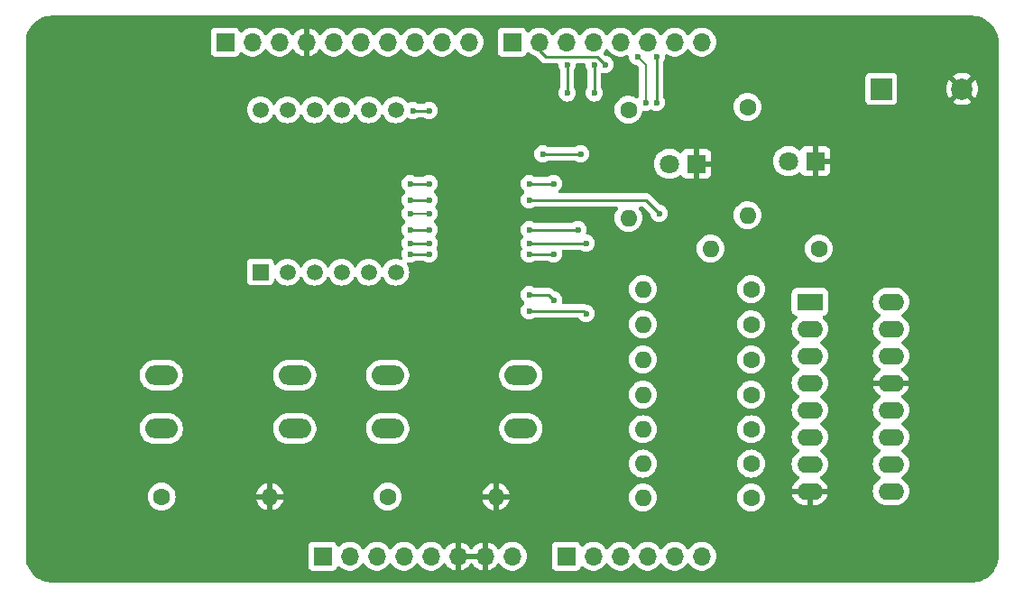
<source format=gbr>
%TF.GenerationSoftware,KiCad,Pcbnew,7.0.1*%
%TF.CreationDate,2023-03-22T23:57:39-06:00*%
%TF.ProjectId,PCB_Tutorial_UNOShield,5043425f-5475-4746-9f72-69616c5f554e,1.0*%
%TF.SameCoordinates,Original*%
%TF.FileFunction,Copper,L2,Bot*%
%TF.FilePolarity,Positive*%
%FSLAX46Y46*%
G04 Gerber Fmt 4.6, Leading zero omitted, Abs format (unit mm)*
G04 Created by KiCad (PCBNEW 7.0.1) date 2023-03-22 23:57:39*
%MOMM*%
%LPD*%
G01*
G04 APERTURE LIST*
%TA.AperFunction,ComponentPad*%
%ADD10R,1.500000X1.500000*%
%TD*%
%TA.AperFunction,ComponentPad*%
%ADD11C,1.500000*%
%TD*%
%TA.AperFunction,ComponentPad*%
%ADD12R,1.700000X1.700000*%
%TD*%
%TA.AperFunction,ComponentPad*%
%ADD13O,1.700000X1.700000*%
%TD*%
%TA.AperFunction,ComponentPad*%
%ADD14R,2.000000X2.000000*%
%TD*%
%TA.AperFunction,ComponentPad*%
%ADD15C,2.000000*%
%TD*%
%TA.AperFunction,ComponentPad*%
%ADD16C,1.600000*%
%TD*%
%TA.AperFunction,ComponentPad*%
%ADD17O,1.600000X1.600000*%
%TD*%
%TA.AperFunction,ComponentPad*%
%ADD18O,3.048000X1.850000*%
%TD*%
%TA.AperFunction,ComponentPad*%
%ADD19R,1.800000X1.800000*%
%TD*%
%TA.AperFunction,ComponentPad*%
%ADD20C,1.800000*%
%TD*%
%TA.AperFunction,ComponentPad*%
%ADD21R,2.400000X1.600000*%
%TD*%
%TA.AperFunction,ComponentPad*%
%ADD22O,2.400000X1.600000*%
%TD*%
%TA.AperFunction,ViaPad*%
%ADD23C,0.600000*%
%TD*%
%TA.AperFunction,Conductor*%
%ADD24C,0.250000*%
%TD*%
%TA.AperFunction,Conductor*%
%ADD25C,0.254000*%
%TD*%
%TA.AperFunction,Conductor*%
%ADD26C,0.200000*%
%TD*%
G04 APERTURE END LIST*
D10*
%TO.P,U1,1,e*%
%TO.N,Net-(U1-e)*%
X122098000Y-70790000D03*
D11*
%TO.P,U1,2,d*%
%TO.N,Net-(U1-d)*%
X124638000Y-70790000D03*
%TO.P,U1,3,DPX*%
%TO.N,Net-(U1-DPX)*%
X127178000Y-70790000D03*
%TO.P,U1,4,c*%
%TO.N,Net-(U1-c)*%
X129718000Y-70790000D03*
%TO.P,U1,5,g*%
%TO.N,Net-(U1-g)*%
X132258000Y-70790000D03*
%TO.P,U1,6,CA4*%
%TO.N,Dig4*%
X134798000Y-70790000D03*
%TO.P,U1,7,b*%
%TO.N,Net-(U1-b)*%
X134798000Y-55550000D03*
%TO.P,U1,8,CA3*%
%TO.N,Dig3*%
X132258000Y-55550000D03*
%TO.P,U1,9,CA2*%
%TO.N,Dig2*%
X129718000Y-55550000D03*
%TO.P,U1,10,f*%
%TO.N,Net-(U1-f)*%
X127178000Y-55550000D03*
%TO.P,U1,11,a*%
%TO.N,Net-(U1-a)*%
X124638000Y-55550000D03*
%TO.P,U1,12,CA1*%
%TO.N,Dig1*%
X122098000Y-55550000D03*
%TD*%
D12*
%TO.P,J1,1,Pin_1*%
%TO.N,unconnected-(J1-Pin_1-Pad1)*%
X127940000Y-97460000D03*
D13*
%TO.P,J1,2,Pin_2*%
%TO.N,/IOREF*%
X130480000Y-97460000D03*
%TO.P,J1,3,Pin_3*%
%TO.N,/~{RESET}*%
X133020000Y-97460000D03*
%TO.P,J1,4,Pin_4*%
%TO.N,+3V3*%
X135560000Y-97460000D03*
%TO.P,J1,5,Pin_5*%
%TO.N,+5V*%
X138100000Y-97460000D03*
%TO.P,J1,6,Pin_6*%
%TO.N,GND*%
X140640000Y-97460000D03*
%TO.P,J1,7,Pin_7*%
X143180000Y-97460000D03*
%TO.P,J1,8,Pin_8*%
%TO.N,VCC*%
X145720000Y-97460000D03*
%TD*%
D12*
%TO.P,J3,1,Pin_1*%
%TO.N,/A0*%
X150800000Y-97460000D03*
D13*
%TO.P,J3,2,Pin_2*%
%TO.N,/A1*%
X153340000Y-97460000D03*
%TO.P,J3,3,Pin_3*%
%TO.N,/A2*%
X155880000Y-97460000D03*
%TO.P,J3,4,Pin_4*%
%TO.N,/A3*%
X158420000Y-97460000D03*
%TO.P,J3,5,Pin_5*%
%TO.N,/SDA{slash}A4*%
X160960000Y-97460000D03*
%TO.P,J3,6,Pin_6*%
%TO.N,/SCL{slash}A5*%
X163500000Y-97460000D03*
%TD*%
D12*
%TO.P,J2,1,Pin_1*%
%TO.N,unconnected-(J2-Pin_1-Pad1)*%
X118796000Y-49200000D03*
D13*
%TO.P,J2,2,Pin_2*%
%TO.N,unconnected-(J2-Pin_2-Pad2)*%
X121336000Y-49200000D03*
%TO.P,J2,3,Pin_3*%
%TO.N,unconnected-(J2-Pin_3-Pad3)*%
X123876000Y-49200000D03*
%TO.P,J2,4,Pin_4*%
%TO.N,GND*%
X126416000Y-49200000D03*
%TO.P,J2,5,Pin_5*%
%TO.N,Dig1*%
X128956000Y-49200000D03*
%TO.P,J2,6,Pin_6*%
%TO.N,Dig2*%
X131496000Y-49200000D03*
%TO.P,J2,7,Pin_7*%
%TO.N,Dig3*%
X134036000Y-49200000D03*
%TO.P,J2,8,Pin_8*%
%TO.N,Dig4*%
X136576000Y-49200000D03*
%TO.P,J2,9,Pin_9*%
%TO.N,DS*%
X139116000Y-49200000D03*
%TO.P,J2,10,Pin_10*%
%TO.N,ST_CP*%
X141656000Y-49200000D03*
%TD*%
D12*
%TO.P,J4,1,Pin_1*%
%TO.N,SH_CP*%
X145720000Y-49200000D03*
D13*
%TO.P,J4,2,Pin_2*%
%TO.N,Buzzer*%
X148260000Y-49200000D03*
%TO.P,J4,3,Pin_3*%
%TO.N,RED_LED*%
X150800000Y-49200000D03*
%TO.P,J4,4,Pin_4*%
%TO.N,GREEN_LED*%
X153340000Y-49200000D03*
%TO.P,J4,5,Pin_5*%
%TO.N,Button_2*%
X155880000Y-49200000D03*
%TO.P,J4,6,Pin_6*%
%TO.N,Button_1*%
X158420000Y-49200000D03*
%TO.P,J4,7,Pin_7*%
%TO.N,/TX{slash}1*%
X160960000Y-49200000D03*
%TO.P,J4,8,Pin_8*%
%TO.N,/RX{slash}0*%
X163500000Y-49200000D03*
%TD*%
D14*
%TO.P,LS1,1,1*%
%TO.N,Buzzer*%
X180350000Y-53594000D03*
D15*
%TO.P,LS1,2,2*%
%TO.N,GND*%
X187950000Y-53594000D03*
%TD*%
D16*
%TO.P,R3,1*%
%TO.N,RED_LED*%
X156637000Y-55550000D03*
D17*
%TO.P,R3,2*%
%TO.N,Net-(D1-A)*%
X156637000Y-65710000D03*
%TD*%
D16*
%TO.P,R4,1*%
%TO.N,GREEN_LED*%
X167813000Y-55296000D03*
D17*
%TO.P,R4,2*%
%TO.N,Net-(D2-A)*%
X167813000Y-65456000D03*
%TD*%
D16*
%TO.P,R2,1*%
%TO.N,Button_2*%
X112827000Y-91872000D03*
D17*
%TO.P,R2,2*%
%TO.N,GND*%
X122987000Y-91872000D03*
%TD*%
D18*
%TO.P,SW1,1,1*%
%TO.N,+5V*%
X134036000Y-80482000D03*
X146536000Y-80482000D03*
%TO.P,SW1,2,2*%
%TO.N,Button_1*%
X134036000Y-85482000D03*
X146536000Y-85482000D03*
%TD*%
D19*
%TO.P,D2,1,K*%
%TO.N,GND*%
X174168000Y-60376000D03*
D20*
%TO.P,D2,2,A*%
%TO.N,Net-(D2-A)*%
X171628000Y-60376000D03*
%TD*%
D16*
%TO.P,R1,1*%
%TO.N,Button_1*%
X134036000Y-91872000D03*
D17*
%TO.P,R1,2*%
%TO.N,GND*%
X144196000Y-91872000D03*
%TD*%
D16*
%TO.P,R12,1*%
%TO.N,dp*%
X168148000Y-91948000D03*
D17*
%TO.P,R12,2*%
%TO.N,Net-(U1-DPX)*%
X157988000Y-91948000D03*
%TD*%
D16*
%TO.P,R10,1*%
%TO.N,f*%
X168148000Y-85547200D03*
D17*
%TO.P,R10,2*%
%TO.N,Net-(U1-f)*%
X157988000Y-85547200D03*
%TD*%
D16*
%TO.P,R8,1*%
%TO.N,d*%
X168148000Y-78994000D03*
D17*
%TO.P,R8,2*%
%TO.N,Net-(U1-d)*%
X157988000Y-78994000D03*
%TD*%
D18*
%TO.P,SW2,1,1*%
%TO.N,+5V*%
X112810000Y-80482000D03*
X125310000Y-80482000D03*
%TO.P,SW2,2,2*%
%TO.N,Button_2*%
X112810000Y-85482000D03*
X125310000Y-85482000D03*
%TD*%
D19*
%TO.P,D1,1,K*%
%TO.N,GND*%
X162992000Y-60630000D03*
D20*
%TO.P,D1,2,A*%
%TO.N,Net-(D1-A)*%
X160452000Y-60630000D03*
%TD*%
D16*
%TO.P,R5,1*%
%TO.N,a*%
X174498000Y-68580000D03*
D17*
%TO.P,R5,2*%
%TO.N,Net-(U1-a)*%
X164338000Y-68580000D03*
%TD*%
D16*
%TO.P,R7,1*%
%TO.N,c*%
X168148000Y-75692000D03*
D17*
%TO.P,R7,2*%
%TO.N,Net-(U1-c)*%
X157988000Y-75692000D03*
%TD*%
D21*
%TO.P,U2,1,QB*%
%TO.N,b*%
X173660000Y-73584000D03*
D22*
%TO.P,U2,2,QC*%
%TO.N,c*%
X173660000Y-76124000D03*
%TO.P,U2,3,QD*%
%TO.N,d*%
X173660000Y-78664000D03*
%TO.P,U2,4,QE*%
%TO.N,e*%
X173660000Y-81204000D03*
%TO.P,U2,5,QF*%
%TO.N,f*%
X173660000Y-83744000D03*
%TO.P,U2,6,QG*%
%TO.N,g*%
X173660000Y-86284000D03*
%TO.P,U2,7,QH*%
%TO.N,dp*%
X173660000Y-88824000D03*
%TO.P,U2,8,GND*%
%TO.N,GND*%
X173660000Y-91364000D03*
%TO.P,U2,9,QH'*%
%TO.N,unconnected-(U2-QH'-Pad9)*%
X181280000Y-91364000D03*
%TO.P,U2,10,~{SRCLR}*%
%TO.N,+5V*%
X181280000Y-88824000D03*
%TO.P,U2,11,SRCLK*%
%TO.N,SH_CP*%
X181280000Y-86284000D03*
%TO.P,U2,12,RCLK*%
%TO.N,ST_CP*%
X181280000Y-83744000D03*
%TO.P,U2,13,~{OE}*%
%TO.N,GND*%
X181280000Y-81204000D03*
%TO.P,U2,14,SER*%
%TO.N,DS*%
X181280000Y-78664000D03*
%TO.P,U2,15,QA*%
%TO.N,a*%
X181280000Y-76124000D03*
%TO.P,U2,16,VCC*%
%TO.N,+5V*%
X181280000Y-73584000D03*
%TD*%
D16*
%TO.P,R11,1*%
%TO.N,g*%
X168148000Y-88773000D03*
D17*
%TO.P,R11,2*%
%TO.N,Net-(U1-g)*%
X157988000Y-88773000D03*
%TD*%
D16*
%TO.P,R6,1*%
%TO.N,b*%
X168148000Y-72390000D03*
D17*
%TO.P,R6,2*%
%TO.N,Net-(U1-b)*%
X157988000Y-72390000D03*
%TD*%
D16*
%TO.P,R9,1*%
%TO.N,e*%
X168148000Y-82296000D03*
D17*
%TO.P,R9,2*%
%TO.N,Net-(U1-e)*%
X157988000Y-82296000D03*
%TD*%
D23*
%TO.N,Net-(U1-d)*%
X152654000Y-74676000D03*
X147320000Y-74422000D03*
%TO.N,Net-(U1-DPX)*%
X147320000Y-72898000D03*
X149606000Y-73406000D03*
%TO.N,Net-(U1-e)*%
X151892000Y-66802000D03*
X137922000Y-66802000D03*
X136144000Y-66802000D03*
X147320000Y-66802000D03*
%TO.N,Net-(U1-c)*%
X152654000Y-68072000D03*
X147320000Y-68072000D03*
X137922000Y-68072000D03*
X136144000Y-68072000D03*
%TO.N,Net-(U1-g)*%
X149606000Y-69088000D03*
X147320000Y-69088000D03*
X137922000Y-69088000D03*
X136144000Y-69088000D03*
%TO.N,Net-(U1-f)*%
X136144000Y-62484000D03*
X147320000Y-62484000D03*
X149606000Y-62484000D03*
X137922000Y-62484000D03*
%TO.N,Net-(U1-a)*%
X159512000Y-65278000D03*
X147320000Y-64008000D03*
X136144000Y-64008000D03*
X137922000Y-64008000D03*
%TO.N,Net-(U1-b)*%
X136398000Y-55626000D03*
X137922000Y-55626000D03*
X152146000Y-59690000D03*
X148590000Y-59690000D03*
%TO.N,Buzzer*%
X154432000Y-51308000D03*
%TO.N,RED_LED*%
X150876000Y-53966500D03*
X150876000Y-51308000D03*
%TO.N,GREEN_LED*%
X153416000Y-53966500D03*
X153416000Y-51308000D03*
%TO.N,Button_2*%
X136144000Y-65278000D03*
X157480000Y-50546000D03*
X158242000Y-54864000D03*
X137922000Y-65278000D03*
%TO.N,Button_1*%
X159258000Y-54864000D03*
X159258000Y-50546000D03*
%TD*%
D24*
%TO.N,Net-(U1-d)*%
X152400000Y-74422000D02*
X152654000Y-74676000D01*
X147320000Y-74422000D02*
X152400000Y-74422000D01*
%TO.N,Net-(U1-DPX)*%
X149098000Y-72898000D02*
X149606000Y-73406000D01*
X147320000Y-72898000D02*
X149098000Y-72898000D01*
%TO.N,Net-(U1-c)*%
X147320000Y-68072000D02*
X152654000Y-68072000D01*
%TO.N,Net-(U1-e)*%
X147320000Y-66802000D02*
X151892000Y-66802000D01*
X136144000Y-66802000D02*
X137922000Y-66802000D01*
%TO.N,Net-(U1-c)*%
X136144000Y-68072000D02*
X137922000Y-68072000D01*
%TO.N,Net-(U1-g)*%
X147320000Y-69088000D02*
X149606000Y-69088000D01*
X136144000Y-69088000D02*
X137922000Y-69088000D01*
%TO.N,Net-(U1-f)*%
X147320000Y-62484000D02*
X149606000Y-62484000D01*
X136144000Y-62484000D02*
X137922000Y-62484000D01*
%TO.N,Net-(U1-a)*%
X158242000Y-64008000D02*
X159512000Y-65278000D01*
X147320000Y-64008000D02*
X158242000Y-64008000D01*
X136144000Y-64008000D02*
X137922000Y-64008000D01*
%TO.N,Net-(U1-b)*%
X152146000Y-59690000D02*
X148590000Y-59690000D01*
X137922000Y-55626000D02*
X136398000Y-55626000D01*
D25*
%TO.N,Buzzer*%
X148260000Y-49200000D02*
X148260000Y-49962000D01*
X148260000Y-49962000D02*
X148844000Y-50546000D01*
X153670000Y-50546000D02*
X154432000Y-51308000D01*
X148844000Y-50546000D02*
X153670000Y-50546000D01*
%TO.N,RED_LED*%
X150876000Y-51308000D02*
X150876000Y-53966500D01*
%TO.N,GREEN_LED*%
X153416000Y-51308000D02*
X153416000Y-53966500D01*
D26*
%TO.N,Button_2*%
X136144000Y-65278000D02*
X137922000Y-65278000D01*
X158242000Y-54864000D02*
X158242000Y-51308000D01*
X158242000Y-51308000D02*
X157480000Y-50546000D01*
D25*
%TO.N,Button_1*%
X159258000Y-54864000D02*
X159258000Y-50546000D01*
%TD*%
%TA.AperFunction,Conductor*%
%TO.N,GND*%
G36*
X188903736Y-46735726D02*
G01*
X189189577Y-46753016D01*
X189204441Y-46754821D01*
X189482421Y-46805763D01*
X189496943Y-46809342D01*
X189766784Y-46893427D01*
X189780754Y-46898725D01*
X190038476Y-47014718D01*
X190051718Y-47021668D01*
X190293584Y-47167879D01*
X190305894Y-47176377D01*
X190395655Y-47246700D01*
X190528364Y-47350671D01*
X190539572Y-47360601D01*
X190739398Y-47560427D01*
X190749328Y-47571635D01*
X190923618Y-47794099D01*
X190932122Y-47806419D01*
X191065104Y-48026399D01*
X191078327Y-48048273D01*
X191085284Y-48061529D01*
X191165965Y-48240794D01*
X191201270Y-48319237D01*
X191206575Y-48333225D01*
X191290653Y-48603040D01*
X191294236Y-48617578D01*
X191345178Y-48895558D01*
X191346983Y-48910423D01*
X191364274Y-49196264D01*
X191364500Y-49203751D01*
X191364500Y-97456249D01*
X191364274Y-97463736D01*
X191346983Y-97749576D01*
X191345178Y-97764441D01*
X191294236Y-98042421D01*
X191290652Y-98056959D01*
X191206577Y-98326769D01*
X191201270Y-98340762D01*
X191085285Y-98598468D01*
X191078327Y-98611726D01*
X190932124Y-98853577D01*
X190923618Y-98865900D01*
X190749328Y-99088364D01*
X190739398Y-99099572D01*
X190539572Y-99299398D01*
X190528364Y-99309328D01*
X190305900Y-99483618D01*
X190293577Y-99492124D01*
X190051726Y-99638327D01*
X190038468Y-99645285D01*
X189780762Y-99761270D01*
X189766769Y-99766577D01*
X189498785Y-99850083D01*
X189496959Y-99850653D01*
X189482421Y-99854236D01*
X189204441Y-99905178D01*
X189189576Y-99906983D01*
X188903736Y-99924274D01*
X188896249Y-99924500D01*
X102543751Y-99924500D01*
X102536264Y-99924274D01*
X102250423Y-99906983D01*
X102235558Y-99905178D01*
X101957578Y-99854236D01*
X101943044Y-99850654D01*
X101673225Y-99766575D01*
X101659237Y-99761270D01*
X101401531Y-99645285D01*
X101388273Y-99638327D01*
X101146422Y-99492124D01*
X101134099Y-99483618D01*
X100911635Y-99309328D01*
X100900427Y-99299398D01*
X100700601Y-99099572D01*
X100690671Y-99088364D01*
X100516381Y-98865900D01*
X100507879Y-98853584D01*
X100361668Y-98611718D01*
X100354718Y-98598476D01*
X100246772Y-98358634D01*
X126581500Y-98358634D01*
X126588011Y-98419205D01*
X126639110Y-98556203D01*
X126726738Y-98673261D01*
X126843796Y-98760889D01*
X126980794Y-98811988D01*
X126980797Y-98811988D01*
X126980799Y-98811989D01*
X127041362Y-98818500D01*
X128838634Y-98818500D01*
X128838638Y-98818500D01*
X128899201Y-98811989D01*
X128899203Y-98811988D01*
X128899205Y-98811988D01*
X128981097Y-98781443D01*
X129036204Y-98760889D01*
X129153261Y-98673261D01*
X129240889Y-98556204D01*
X129286137Y-98434889D01*
X129322089Y-98383677D01*
X129378471Y-98356539D01*
X129440925Y-98360387D01*
X129493548Y-98394241D01*
X129530969Y-98434890D01*
X129556760Y-98462906D01*
X129734424Y-98601189D01*
X129932426Y-98708342D01*
X130145365Y-98781444D01*
X130367431Y-98818500D01*
X130592569Y-98818500D01*
X130814635Y-98781444D01*
X131027574Y-98708342D01*
X131225576Y-98601189D01*
X131403240Y-98462906D01*
X131555722Y-98297268D01*
X131646190Y-98158795D01*
X131690982Y-98117561D01*
X131750000Y-98102616D01*
X131809018Y-98117561D01*
X131853809Y-98158795D01*
X131944278Y-98297268D01*
X132096760Y-98462906D01*
X132274424Y-98601189D01*
X132472426Y-98708342D01*
X132685365Y-98781444D01*
X132907431Y-98818500D01*
X133132569Y-98818500D01*
X133354635Y-98781444D01*
X133567574Y-98708342D01*
X133765576Y-98601189D01*
X133943240Y-98462906D01*
X134095722Y-98297268D01*
X134186190Y-98158795D01*
X134230982Y-98117561D01*
X134290000Y-98102616D01*
X134349018Y-98117561D01*
X134393809Y-98158795D01*
X134484278Y-98297268D01*
X134636760Y-98462906D01*
X134814424Y-98601189D01*
X135012426Y-98708342D01*
X135225365Y-98781444D01*
X135447431Y-98818500D01*
X135672569Y-98818500D01*
X135894635Y-98781444D01*
X136107574Y-98708342D01*
X136305576Y-98601189D01*
X136483240Y-98462906D01*
X136635722Y-98297268D01*
X136726190Y-98158795D01*
X136770982Y-98117561D01*
X136830000Y-98102616D01*
X136889018Y-98117561D01*
X136933809Y-98158795D01*
X137024278Y-98297268D01*
X137176760Y-98462906D01*
X137354424Y-98601189D01*
X137552426Y-98708342D01*
X137765365Y-98781444D01*
X137987431Y-98818500D01*
X138212569Y-98818500D01*
X138434635Y-98781444D01*
X138647574Y-98708342D01*
X138845576Y-98601189D01*
X139023240Y-98462906D01*
X139175722Y-98297268D01*
X139269748Y-98153349D01*
X139313663Y-98112595D01*
X139371562Y-98097188D01*
X139429926Y-98110726D01*
X139475131Y-98150048D01*
X139601892Y-98331080D01*
X139768918Y-98498106D01*
X139962423Y-98633600D01*
X140176507Y-98733430D01*
X140389999Y-98790635D01*
X140390000Y-98790636D01*
X140390000Y-97710000D01*
X140890000Y-97710000D01*
X140890000Y-98790635D01*
X141103492Y-98733430D01*
X141317576Y-98633600D01*
X141511081Y-98498106D01*
X141678106Y-98331081D01*
X141808425Y-98144968D01*
X141852743Y-98106103D01*
X141910000Y-98092092D01*
X141967257Y-98106103D01*
X142011575Y-98144968D01*
X142141893Y-98331081D01*
X142308918Y-98498106D01*
X142502423Y-98633600D01*
X142716507Y-98733430D01*
X142929999Y-98790635D01*
X142930000Y-98790636D01*
X142930000Y-98790635D01*
X143430000Y-98790635D01*
X143643492Y-98733430D01*
X143857576Y-98633600D01*
X144051081Y-98498106D01*
X144218106Y-98331081D01*
X144344868Y-98150048D01*
X144390072Y-98110726D01*
X144448436Y-98097188D01*
X144506335Y-98112595D01*
X144550252Y-98153351D01*
X144644276Y-98297267D01*
X144723824Y-98383677D01*
X144796760Y-98462906D01*
X144974424Y-98601189D01*
X145172426Y-98708342D01*
X145385365Y-98781444D01*
X145607431Y-98818500D01*
X145832569Y-98818500D01*
X146054635Y-98781444D01*
X146267574Y-98708342D01*
X146465576Y-98601189D01*
X146643240Y-98462906D01*
X146739230Y-98358634D01*
X149441500Y-98358634D01*
X149448011Y-98419205D01*
X149499110Y-98556203D01*
X149586738Y-98673261D01*
X149703796Y-98760889D01*
X149840794Y-98811988D01*
X149840797Y-98811988D01*
X149840799Y-98811989D01*
X149901362Y-98818500D01*
X151698634Y-98818500D01*
X151698638Y-98818500D01*
X151759201Y-98811989D01*
X151759203Y-98811988D01*
X151759205Y-98811988D01*
X151841097Y-98781443D01*
X151896204Y-98760889D01*
X152013261Y-98673261D01*
X152100889Y-98556204D01*
X152146137Y-98434889D01*
X152182089Y-98383677D01*
X152238471Y-98356539D01*
X152300925Y-98360387D01*
X152353548Y-98394241D01*
X152390969Y-98434890D01*
X152416760Y-98462906D01*
X152594424Y-98601189D01*
X152792426Y-98708342D01*
X153005365Y-98781444D01*
X153227431Y-98818500D01*
X153452569Y-98818500D01*
X153674635Y-98781444D01*
X153887574Y-98708342D01*
X154085576Y-98601189D01*
X154263240Y-98462906D01*
X154415722Y-98297268D01*
X154506190Y-98158795D01*
X154550982Y-98117561D01*
X154610000Y-98102616D01*
X154669018Y-98117561D01*
X154713809Y-98158795D01*
X154804278Y-98297268D01*
X154956760Y-98462906D01*
X155134424Y-98601189D01*
X155332426Y-98708342D01*
X155545365Y-98781444D01*
X155767431Y-98818500D01*
X155992569Y-98818500D01*
X156214635Y-98781444D01*
X156427574Y-98708342D01*
X156625576Y-98601189D01*
X156803240Y-98462906D01*
X156955722Y-98297268D01*
X157046190Y-98158795D01*
X157090982Y-98117561D01*
X157150000Y-98102616D01*
X157209018Y-98117561D01*
X157253809Y-98158795D01*
X157344278Y-98297268D01*
X157496760Y-98462906D01*
X157674424Y-98601189D01*
X157872426Y-98708342D01*
X158085365Y-98781444D01*
X158307431Y-98818500D01*
X158532569Y-98818500D01*
X158754635Y-98781444D01*
X158967574Y-98708342D01*
X159165576Y-98601189D01*
X159343240Y-98462906D01*
X159495722Y-98297268D01*
X159586190Y-98158795D01*
X159630982Y-98117561D01*
X159690000Y-98102616D01*
X159749018Y-98117561D01*
X159793809Y-98158795D01*
X159884278Y-98297268D01*
X160036760Y-98462906D01*
X160214424Y-98601189D01*
X160412426Y-98708342D01*
X160625365Y-98781444D01*
X160847431Y-98818500D01*
X161072569Y-98818500D01*
X161294635Y-98781444D01*
X161507574Y-98708342D01*
X161705576Y-98601189D01*
X161883240Y-98462906D01*
X162035722Y-98297268D01*
X162126190Y-98158795D01*
X162170982Y-98117561D01*
X162230000Y-98102616D01*
X162289018Y-98117561D01*
X162333809Y-98158795D01*
X162424278Y-98297268D01*
X162576760Y-98462906D01*
X162754424Y-98601189D01*
X162952426Y-98708342D01*
X163165365Y-98781444D01*
X163387431Y-98818500D01*
X163612569Y-98818500D01*
X163834635Y-98781444D01*
X164047574Y-98708342D01*
X164245576Y-98601189D01*
X164423240Y-98462906D01*
X164575722Y-98297268D01*
X164698860Y-98108791D01*
X164789296Y-97902616D01*
X164844564Y-97684368D01*
X164863156Y-97460000D01*
X164844564Y-97235632D01*
X164789296Y-97017384D01*
X164698860Y-96811209D01*
X164575722Y-96622732D01*
X164423240Y-96457094D01*
X164245576Y-96318811D01*
X164047574Y-96211658D01*
X164047573Y-96211657D01*
X164047572Y-96211657D01*
X163834636Y-96138556D01*
X163612569Y-96101500D01*
X163387431Y-96101500D01*
X163165363Y-96138556D01*
X162952427Y-96211657D01*
X162754424Y-96318811D01*
X162576760Y-96457094D01*
X162424279Y-96622730D01*
X162333809Y-96761205D01*
X162289017Y-96802438D01*
X162230000Y-96817383D01*
X162170983Y-96802438D01*
X162126191Y-96761205D01*
X162035723Y-96622734D01*
X162035722Y-96622732D01*
X161883240Y-96457094D01*
X161705576Y-96318811D01*
X161507574Y-96211658D01*
X161507573Y-96211657D01*
X161507572Y-96211657D01*
X161294636Y-96138556D01*
X161072569Y-96101500D01*
X160847431Y-96101500D01*
X160625363Y-96138556D01*
X160412427Y-96211657D01*
X160214424Y-96318811D01*
X160036760Y-96457094D01*
X159884279Y-96622730D01*
X159793809Y-96761205D01*
X159749017Y-96802438D01*
X159690000Y-96817383D01*
X159630983Y-96802438D01*
X159586191Y-96761205D01*
X159495723Y-96622734D01*
X159495722Y-96622732D01*
X159343240Y-96457094D01*
X159165576Y-96318811D01*
X158967574Y-96211658D01*
X158967573Y-96211657D01*
X158967572Y-96211657D01*
X158754636Y-96138556D01*
X158532569Y-96101500D01*
X158307431Y-96101500D01*
X158085363Y-96138556D01*
X157872427Y-96211657D01*
X157674424Y-96318811D01*
X157496760Y-96457094D01*
X157344279Y-96622730D01*
X157253809Y-96761205D01*
X157209017Y-96802438D01*
X157150000Y-96817383D01*
X157090983Y-96802438D01*
X157046191Y-96761205D01*
X156955723Y-96622734D01*
X156955722Y-96622732D01*
X156803240Y-96457094D01*
X156625576Y-96318811D01*
X156427574Y-96211658D01*
X156427573Y-96211657D01*
X156427572Y-96211657D01*
X156214636Y-96138556D01*
X155992569Y-96101500D01*
X155767431Y-96101500D01*
X155545363Y-96138556D01*
X155332427Y-96211657D01*
X155134424Y-96318811D01*
X154956760Y-96457094D01*
X154804279Y-96622730D01*
X154713809Y-96761205D01*
X154669017Y-96802438D01*
X154610000Y-96817383D01*
X154550983Y-96802438D01*
X154506191Y-96761205D01*
X154415723Y-96622734D01*
X154415722Y-96622732D01*
X154263240Y-96457094D01*
X154085576Y-96318811D01*
X153887574Y-96211658D01*
X153887573Y-96211657D01*
X153887572Y-96211657D01*
X153674636Y-96138556D01*
X153452569Y-96101500D01*
X153227431Y-96101500D01*
X153005363Y-96138556D01*
X152792427Y-96211657D01*
X152594424Y-96318811D01*
X152416759Y-96457094D01*
X152353548Y-96525759D01*
X152300924Y-96559612D01*
X152238470Y-96563460D01*
X152182089Y-96536322D01*
X152146138Y-96485110D01*
X152121427Y-96418861D01*
X152100889Y-96363796D01*
X152042951Y-96286400D01*
X152013261Y-96246738D01*
X151896203Y-96159110D01*
X151759205Y-96108011D01*
X151728919Y-96104755D01*
X151698638Y-96101500D01*
X149901362Y-96101500D01*
X149874445Y-96104393D01*
X149840794Y-96108011D01*
X149703796Y-96159110D01*
X149586738Y-96246738D01*
X149499110Y-96363796D01*
X149448011Y-96500794D01*
X149444393Y-96534445D01*
X149441689Y-96559612D01*
X149441500Y-96561366D01*
X149441500Y-98358634D01*
X146739230Y-98358634D01*
X146795722Y-98297268D01*
X146918860Y-98108791D01*
X147009296Y-97902616D01*
X147064564Y-97684368D01*
X147083156Y-97460000D01*
X147064564Y-97235632D01*
X147009296Y-97017384D01*
X146918860Y-96811209D01*
X146795722Y-96622732D01*
X146643240Y-96457094D01*
X146465576Y-96318811D01*
X146267574Y-96211658D01*
X146267573Y-96211657D01*
X146267572Y-96211657D01*
X146054636Y-96138556D01*
X145832569Y-96101500D01*
X145607431Y-96101500D01*
X145385363Y-96138556D01*
X145172427Y-96211657D01*
X144974424Y-96318811D01*
X144796760Y-96457094D01*
X144644275Y-96622734D01*
X144550250Y-96766650D01*
X144506334Y-96807405D01*
X144448435Y-96822812D01*
X144390071Y-96809274D01*
X144344867Y-96769951D01*
X144218109Y-96588921D01*
X144051081Y-96421893D01*
X143857576Y-96286399D01*
X143643492Y-96186569D01*
X143430000Y-96129364D01*
X143430000Y-98790635D01*
X142930000Y-98790635D01*
X142930000Y-97710000D01*
X140890000Y-97710000D01*
X140390000Y-97710000D01*
X140390000Y-97210000D01*
X140890000Y-97210000D01*
X142930000Y-97210000D01*
X142930000Y-96129364D01*
X142929999Y-96129364D01*
X142716507Y-96186569D01*
X142502421Y-96286400D01*
X142308921Y-96421890D01*
X142141893Y-96588918D01*
X142011575Y-96775032D01*
X141967257Y-96813897D01*
X141910000Y-96827908D01*
X141852743Y-96813897D01*
X141808425Y-96775032D01*
X141678106Y-96588918D01*
X141511081Y-96421893D01*
X141317576Y-96286399D01*
X141103492Y-96186569D01*
X140890000Y-96129364D01*
X140890000Y-97210000D01*
X140390000Y-97210000D01*
X140390000Y-96129364D01*
X140389999Y-96129364D01*
X140176507Y-96186569D01*
X139962421Y-96286400D01*
X139768921Y-96421890D01*
X139601893Y-96588918D01*
X139475132Y-96769952D01*
X139429928Y-96809274D01*
X139371564Y-96822812D01*
X139313665Y-96807405D01*
X139269748Y-96766649D01*
X139175723Y-96622732D01*
X139086451Y-96525759D01*
X139023240Y-96457094D01*
X138845576Y-96318811D01*
X138647574Y-96211658D01*
X138647573Y-96211657D01*
X138647572Y-96211657D01*
X138434636Y-96138556D01*
X138212569Y-96101500D01*
X137987431Y-96101500D01*
X137765363Y-96138556D01*
X137552427Y-96211657D01*
X137354424Y-96318811D01*
X137176760Y-96457094D01*
X137024279Y-96622730D01*
X136933809Y-96761205D01*
X136889017Y-96802438D01*
X136830000Y-96817383D01*
X136770983Y-96802438D01*
X136726191Y-96761205D01*
X136635723Y-96622734D01*
X136635722Y-96622732D01*
X136483240Y-96457094D01*
X136305576Y-96318811D01*
X136107574Y-96211658D01*
X136107573Y-96211657D01*
X136107572Y-96211657D01*
X135894636Y-96138556D01*
X135672569Y-96101500D01*
X135447431Y-96101500D01*
X135225363Y-96138556D01*
X135012427Y-96211657D01*
X134814424Y-96318811D01*
X134636760Y-96457094D01*
X134484279Y-96622730D01*
X134393809Y-96761205D01*
X134349017Y-96802438D01*
X134290000Y-96817383D01*
X134230983Y-96802438D01*
X134186191Y-96761205D01*
X134095723Y-96622734D01*
X134095722Y-96622732D01*
X133943240Y-96457094D01*
X133765576Y-96318811D01*
X133567574Y-96211658D01*
X133567573Y-96211657D01*
X133567572Y-96211657D01*
X133354636Y-96138556D01*
X133132569Y-96101500D01*
X132907431Y-96101500D01*
X132685363Y-96138556D01*
X132472427Y-96211657D01*
X132274424Y-96318811D01*
X132096760Y-96457094D01*
X131944279Y-96622730D01*
X131853809Y-96761205D01*
X131809017Y-96802438D01*
X131750000Y-96817383D01*
X131690983Y-96802438D01*
X131646191Y-96761205D01*
X131555723Y-96622734D01*
X131555722Y-96622732D01*
X131403240Y-96457094D01*
X131225576Y-96318811D01*
X131027574Y-96211658D01*
X131027573Y-96211657D01*
X131027572Y-96211657D01*
X130814636Y-96138556D01*
X130592569Y-96101500D01*
X130367431Y-96101500D01*
X130145363Y-96138556D01*
X129932427Y-96211657D01*
X129734424Y-96318811D01*
X129556759Y-96457094D01*
X129493548Y-96525759D01*
X129440924Y-96559612D01*
X129378470Y-96563460D01*
X129322089Y-96536322D01*
X129286138Y-96485110D01*
X129261427Y-96418861D01*
X129240889Y-96363796D01*
X129182951Y-96286400D01*
X129153261Y-96246738D01*
X129036203Y-96159110D01*
X128899205Y-96108011D01*
X128868919Y-96104755D01*
X128838638Y-96101500D01*
X127041362Y-96101500D01*
X127014445Y-96104393D01*
X126980794Y-96108011D01*
X126843796Y-96159110D01*
X126726738Y-96246738D01*
X126639110Y-96363796D01*
X126588011Y-96500794D01*
X126584393Y-96534445D01*
X126581689Y-96559612D01*
X126581500Y-96561366D01*
X126581500Y-98358634D01*
X100246772Y-98358634D01*
X100238725Y-98340754D01*
X100233427Y-98326784D01*
X100149342Y-98056943D01*
X100145763Y-98042421D01*
X100094821Y-97764441D01*
X100093016Y-97749576D01*
X100075726Y-97463736D01*
X100075500Y-97456249D01*
X100075500Y-91871999D01*
X111513501Y-91871999D01*
X111533456Y-92100084D01*
X111553820Y-92176084D01*
X111591934Y-92318326D01*
X111592717Y-92321246D01*
X111689474Y-92528744D01*
X111689476Y-92528746D01*
X111689477Y-92528749D01*
X111820802Y-92716300D01*
X111982700Y-92878198D01*
X112170251Y-93009523D01*
X112377757Y-93106284D01*
X112598913Y-93165543D01*
X112827000Y-93185498D01*
X113055087Y-93165543D01*
X113276243Y-93106284D01*
X113483749Y-93009523D01*
X113671300Y-92878198D01*
X113833198Y-92716300D01*
X113964523Y-92528749D01*
X114061284Y-92321243D01*
X114114671Y-92122000D01*
X121708128Y-92122000D01*
X121760733Y-92318326D01*
X121856865Y-92524480D01*
X121987341Y-92710819D01*
X122148180Y-92871658D01*
X122334519Y-93002134D01*
X122540673Y-93098266D01*
X122736999Y-93150871D01*
X122737000Y-93150872D01*
X122737000Y-92122000D01*
X123237000Y-92122000D01*
X123237000Y-93150871D01*
X123433326Y-93098266D01*
X123639480Y-93002134D01*
X123825819Y-92871658D01*
X123986658Y-92710819D01*
X124117134Y-92524480D01*
X124213266Y-92318326D01*
X124265872Y-92122000D01*
X123237000Y-92122000D01*
X122737000Y-92122000D01*
X121708128Y-92122000D01*
X114114671Y-92122000D01*
X114120543Y-92100087D01*
X114140498Y-91872000D01*
X132722501Y-91872000D01*
X132742456Y-92100084D01*
X132762820Y-92176084D01*
X132800934Y-92318326D01*
X132801717Y-92321246D01*
X132898474Y-92528744D01*
X132898476Y-92528746D01*
X132898477Y-92528749D01*
X133029802Y-92716300D01*
X133191700Y-92878198D01*
X133379251Y-93009523D01*
X133586757Y-93106284D01*
X133807913Y-93165543D01*
X134036000Y-93185498D01*
X134264087Y-93165543D01*
X134485243Y-93106284D01*
X134692749Y-93009523D01*
X134880300Y-92878198D01*
X135042198Y-92716300D01*
X135173523Y-92528749D01*
X135270284Y-92321243D01*
X135323671Y-92122000D01*
X142917128Y-92122000D01*
X142969733Y-92318326D01*
X143065865Y-92524480D01*
X143196341Y-92710819D01*
X143357180Y-92871658D01*
X143543519Y-93002134D01*
X143749673Y-93098266D01*
X143945999Y-93150871D01*
X143946000Y-93150872D01*
X143946000Y-92122000D01*
X144446000Y-92122000D01*
X144446000Y-93150871D01*
X144642326Y-93098266D01*
X144848480Y-93002134D01*
X145034819Y-92871658D01*
X145195658Y-92710819D01*
X145326134Y-92524480D01*
X145422266Y-92318326D01*
X145474872Y-92122000D01*
X144446000Y-92122000D01*
X143946000Y-92122000D01*
X142917128Y-92122000D01*
X135323671Y-92122000D01*
X135329543Y-92100087D01*
X135342849Y-91948000D01*
X156674501Y-91948000D01*
X156694456Y-92176084D01*
X156753717Y-92397246D01*
X156850474Y-92604744D01*
X156850476Y-92604746D01*
X156850477Y-92604749D01*
X156981802Y-92792300D01*
X157143700Y-92954198D01*
X157331251Y-93085523D01*
X157331254Y-93085524D01*
X157331255Y-93085525D01*
X157375769Y-93106282D01*
X157538757Y-93182284D01*
X157759913Y-93241543D01*
X157988000Y-93261498D01*
X158216087Y-93241543D01*
X158437243Y-93182284D01*
X158644749Y-93085523D01*
X158832300Y-92954198D01*
X158994198Y-92792300D01*
X159125523Y-92604749D01*
X159222284Y-92397243D01*
X159281543Y-92176087D01*
X159301498Y-91948000D01*
X166834501Y-91948000D01*
X166854456Y-92176084D01*
X166913717Y-92397246D01*
X167010474Y-92604744D01*
X167010476Y-92604746D01*
X167010477Y-92604749D01*
X167141802Y-92792300D01*
X167303700Y-92954198D01*
X167491251Y-93085523D01*
X167491254Y-93085524D01*
X167491255Y-93085525D01*
X167535769Y-93106282D01*
X167698757Y-93182284D01*
X167919913Y-93241543D01*
X168148000Y-93261498D01*
X168376087Y-93241543D01*
X168597243Y-93182284D01*
X168804749Y-93085523D01*
X168992300Y-92954198D01*
X169154198Y-92792300D01*
X169285523Y-92604749D01*
X169382284Y-92397243D01*
X169441543Y-92176087D01*
X169461498Y-91948000D01*
X169441543Y-91719913D01*
X169413163Y-91614000D01*
X171981128Y-91614000D01*
X172033733Y-91810326D01*
X172129865Y-92016480D01*
X172260341Y-92202819D01*
X172421180Y-92363658D01*
X172607519Y-92494134D01*
X172813673Y-92590266D01*
X173033397Y-92649141D01*
X173203235Y-92664000D01*
X173410000Y-92664000D01*
X173410000Y-91614000D01*
X173910000Y-91614000D01*
X173910000Y-92664000D01*
X174116765Y-92664000D01*
X174286602Y-92649141D01*
X174506326Y-92590266D01*
X174712480Y-92494134D01*
X174898819Y-92363658D01*
X175059658Y-92202819D01*
X175190134Y-92016480D01*
X175286266Y-91810326D01*
X175338872Y-91614000D01*
X173910000Y-91614000D01*
X173410000Y-91614000D01*
X171981128Y-91614000D01*
X169413163Y-91614000D01*
X169382284Y-91498757D01*
X169319446Y-91364000D01*
X179566501Y-91364000D01*
X179586456Y-91592084D01*
X179594472Y-91621999D01*
X179644934Y-91810326D01*
X179645717Y-91813246D01*
X179742474Y-92020744D01*
X179742476Y-92020746D01*
X179742477Y-92020749D01*
X179873802Y-92208300D01*
X180035700Y-92370198D01*
X180223251Y-92501523D01*
X180430757Y-92598284D01*
X180651913Y-92657543D01*
X180725717Y-92664000D01*
X180822871Y-92672500D01*
X180822873Y-92672500D01*
X181737127Y-92672500D01*
X181737129Y-92672500D01*
X181805511Y-92666517D01*
X181908087Y-92657543D01*
X182129243Y-92598284D01*
X182336749Y-92501523D01*
X182524300Y-92370198D01*
X182686198Y-92208300D01*
X182817523Y-92020749D01*
X182914284Y-91813243D01*
X182973543Y-91592087D01*
X182993498Y-91364000D01*
X182973543Y-91135913D01*
X182914284Y-90914757D01*
X182817523Y-90707251D01*
X182686198Y-90519700D01*
X182524300Y-90357802D01*
X182336749Y-90226477D01*
X182303708Y-90211070D01*
X182293655Y-90206382D01*
X182241479Y-90160625D01*
X182222059Y-90094000D01*
X182241479Y-90027375D01*
X182293655Y-89981618D01*
X182296882Y-89980112D01*
X182336749Y-89961523D01*
X182524300Y-89830198D01*
X182686198Y-89668300D01*
X182817523Y-89480749D01*
X182914284Y-89273243D01*
X182973543Y-89052087D01*
X182993498Y-88824000D01*
X182973543Y-88595913D01*
X182914284Y-88374757D01*
X182817523Y-88167251D01*
X182686198Y-87979700D01*
X182524300Y-87817802D01*
X182336749Y-87686477D01*
X182293655Y-87666382D01*
X182241479Y-87620625D01*
X182222059Y-87554000D01*
X182241479Y-87487375D01*
X182293655Y-87441618D01*
X182296882Y-87440112D01*
X182336749Y-87421523D01*
X182524300Y-87290198D01*
X182686198Y-87128300D01*
X182817523Y-86940749D01*
X182914284Y-86733243D01*
X182973543Y-86512087D01*
X182993498Y-86284000D01*
X182973543Y-86055913D01*
X182914284Y-85834757D01*
X182817523Y-85627251D01*
X182686198Y-85439700D01*
X182524300Y-85277802D01*
X182336749Y-85146477D01*
X182293655Y-85126382D01*
X182241479Y-85080625D01*
X182222059Y-85014000D01*
X182241479Y-84947375D01*
X182293655Y-84901618D01*
X182296882Y-84900112D01*
X182336749Y-84881523D01*
X182524300Y-84750198D01*
X182686198Y-84588300D01*
X182817523Y-84400749D01*
X182914284Y-84193243D01*
X182973543Y-83972087D01*
X182993498Y-83744000D01*
X182973543Y-83515913D01*
X182914284Y-83294757D01*
X182817523Y-83087251D01*
X182686198Y-82899700D01*
X182524300Y-82737802D01*
X182336749Y-82606477D01*
X182336748Y-82606476D01*
X182336746Y-82606475D01*
X182283598Y-82581692D01*
X182231422Y-82535934D01*
X182212003Y-82469309D01*
X182231423Y-82402683D01*
X182283600Y-82356927D01*
X182332481Y-82334133D01*
X182518819Y-82203658D01*
X182679658Y-82042819D01*
X182810134Y-81856480D01*
X182906266Y-81650326D01*
X182958872Y-81454000D01*
X179601128Y-81454000D01*
X179653733Y-81650326D01*
X179749865Y-81856480D01*
X179880341Y-82042819D01*
X180041180Y-82203658D01*
X180227516Y-82334132D01*
X180276400Y-82356927D01*
X180328576Y-82402684D01*
X180347996Y-82469309D01*
X180328577Y-82535934D01*
X180276402Y-82581691D01*
X180223256Y-82606474D01*
X180223255Y-82606475D01*
X180223251Y-82606477D01*
X180035700Y-82737802D01*
X180035696Y-82737805D01*
X179873805Y-82899696D01*
X179742474Y-83087255D01*
X179645717Y-83294753D01*
X179586456Y-83515915D01*
X179566501Y-83744000D01*
X179586456Y-83972084D01*
X179645717Y-84193246D01*
X179742474Y-84400744D01*
X179742476Y-84400746D01*
X179742477Y-84400749D01*
X179873802Y-84588300D01*
X180035700Y-84750198D01*
X180223251Y-84881523D01*
X180263334Y-84900214D01*
X180266345Y-84901618D01*
X180318521Y-84947375D01*
X180337940Y-85014000D01*
X180318521Y-85080625D01*
X180266344Y-85126382D01*
X180223251Y-85146477D01*
X180035700Y-85277802D01*
X180035696Y-85277805D01*
X179873805Y-85439696D01*
X179742474Y-85627255D01*
X179645717Y-85834753D01*
X179586456Y-86055915D01*
X179566501Y-86284000D01*
X179586456Y-86512084D01*
X179645717Y-86733246D01*
X179742474Y-86940744D01*
X179742476Y-86940746D01*
X179742477Y-86940749D01*
X179873802Y-87128300D01*
X180035700Y-87290198D01*
X180223251Y-87421523D01*
X180263334Y-87440214D01*
X180266345Y-87441618D01*
X180318521Y-87487375D01*
X180337940Y-87554000D01*
X180318521Y-87620625D01*
X180266344Y-87666382D01*
X180223251Y-87686477D01*
X180108531Y-87766805D01*
X180035696Y-87817805D01*
X179873805Y-87979696D01*
X179742474Y-88167255D01*
X179645717Y-88374753D01*
X179586456Y-88595915D01*
X179566501Y-88824000D01*
X179586456Y-89052084D01*
X179586457Y-89052087D01*
X179632050Y-89222243D01*
X179645717Y-89273246D01*
X179742474Y-89480744D01*
X179742476Y-89480746D01*
X179742477Y-89480749D01*
X179873802Y-89668300D01*
X180035700Y-89830198D01*
X180223251Y-89961523D01*
X180263334Y-89980214D01*
X180266345Y-89981618D01*
X180318521Y-90027375D01*
X180337940Y-90094000D01*
X180318521Y-90160625D01*
X180266345Y-90206382D01*
X180223255Y-90226475D01*
X180223251Y-90226477D01*
X180035700Y-90357802D01*
X180035696Y-90357805D01*
X179873805Y-90519696D01*
X179873802Y-90519699D01*
X179873802Y-90519700D01*
X179832660Y-90578457D01*
X179742474Y-90707255D01*
X179645717Y-90914753D01*
X179586456Y-91135915D01*
X179566501Y-91364000D01*
X169319446Y-91364000D01*
X169285523Y-91291251D01*
X169154198Y-91103700D01*
X168992300Y-90941802D01*
X168804749Y-90810477D01*
X168804746Y-90810476D01*
X168804744Y-90810474D01*
X168597246Y-90713717D01*
X168597243Y-90713716D01*
X168486664Y-90684086D01*
X168376084Y-90654456D01*
X168148000Y-90634501D01*
X167919915Y-90654456D01*
X167698753Y-90713717D01*
X167491255Y-90810474D01*
X167303696Y-90941805D01*
X167141805Y-91103696D01*
X167010474Y-91291255D01*
X166913717Y-91498753D01*
X166854456Y-91719915D01*
X166834501Y-91948000D01*
X159301498Y-91948000D01*
X159281543Y-91719913D01*
X159222284Y-91498757D01*
X159125523Y-91291251D01*
X158994198Y-91103700D01*
X158832300Y-90941802D01*
X158644749Y-90810477D01*
X158644746Y-90810476D01*
X158644744Y-90810474D01*
X158437246Y-90713717D01*
X158437243Y-90713716D01*
X158326664Y-90684086D01*
X158216084Y-90654456D01*
X157988000Y-90634501D01*
X157759915Y-90654456D01*
X157538753Y-90713717D01*
X157331255Y-90810474D01*
X157143696Y-90941805D01*
X156981805Y-91103696D01*
X156850474Y-91291255D01*
X156753717Y-91498753D01*
X156694456Y-91719915D01*
X156674501Y-91948000D01*
X135342849Y-91948000D01*
X135349498Y-91872000D01*
X135329543Y-91643913D01*
X135323671Y-91622000D01*
X142917128Y-91622000D01*
X143946000Y-91622000D01*
X143946000Y-90593128D01*
X144446000Y-90593128D01*
X144446000Y-91622000D01*
X145474872Y-91622000D01*
X145474871Y-91621999D01*
X145422266Y-91425673D01*
X145326134Y-91219519D01*
X145195658Y-91033180D01*
X145034819Y-90872341D01*
X144848480Y-90741865D01*
X144642326Y-90645733D01*
X144446000Y-90593128D01*
X143946000Y-90593128D01*
X143945999Y-90593128D01*
X143749673Y-90645733D01*
X143543519Y-90741865D01*
X143357180Y-90872341D01*
X143196341Y-91033180D01*
X143065865Y-91219519D01*
X142969733Y-91425673D01*
X142917128Y-91621999D01*
X142917128Y-91622000D01*
X135323671Y-91622000D01*
X135270284Y-91422757D01*
X135173523Y-91215251D01*
X135042198Y-91027700D01*
X134880300Y-90865802D01*
X134692749Y-90734477D01*
X134692746Y-90734476D01*
X134692744Y-90734474D01*
X134485246Y-90637717D01*
X134485243Y-90637716D01*
X134318840Y-90593128D01*
X134264084Y-90578456D01*
X134035999Y-90558501D01*
X133807915Y-90578456D01*
X133586753Y-90637717D01*
X133379255Y-90734474D01*
X133191696Y-90865805D01*
X133029805Y-91027696D01*
X132898474Y-91215255D01*
X132801717Y-91422753D01*
X132742456Y-91643915D01*
X132722501Y-91872000D01*
X114140498Y-91872000D01*
X114120543Y-91643913D01*
X114114671Y-91622000D01*
X121708128Y-91622000D01*
X122737000Y-91622000D01*
X122737000Y-90593128D01*
X123237000Y-90593128D01*
X123237000Y-91622000D01*
X124265872Y-91622000D01*
X124265871Y-91621999D01*
X124213266Y-91425673D01*
X124117134Y-91219519D01*
X123986658Y-91033180D01*
X123825819Y-90872341D01*
X123639480Y-90741865D01*
X123433326Y-90645733D01*
X123237000Y-90593128D01*
X122737000Y-90593128D01*
X122736999Y-90593128D01*
X122540673Y-90645733D01*
X122334519Y-90741865D01*
X122148180Y-90872341D01*
X121987341Y-91033180D01*
X121856865Y-91219519D01*
X121760733Y-91425673D01*
X121708128Y-91621999D01*
X121708128Y-91622000D01*
X114114671Y-91622000D01*
X114061284Y-91422757D01*
X113964523Y-91215251D01*
X113833198Y-91027700D01*
X113671300Y-90865802D01*
X113483749Y-90734477D01*
X113483746Y-90734476D01*
X113483744Y-90734474D01*
X113276246Y-90637717D01*
X113276243Y-90637716D01*
X113109840Y-90593128D01*
X113055084Y-90578456D01*
X112826999Y-90558501D01*
X112598915Y-90578456D01*
X112377753Y-90637717D01*
X112170255Y-90734474D01*
X111982696Y-90865805D01*
X111820805Y-91027696D01*
X111689474Y-91215255D01*
X111592717Y-91422753D01*
X111533456Y-91643915D01*
X111513501Y-91871999D01*
X100075500Y-91871999D01*
X100075500Y-88772999D01*
X156674501Y-88772999D01*
X156694456Y-89001084D01*
X156753717Y-89222246D01*
X156850474Y-89429744D01*
X156850476Y-89429746D01*
X156850477Y-89429749D01*
X156981802Y-89617300D01*
X157143700Y-89779198D01*
X157331251Y-89910523D01*
X157538757Y-90007284D01*
X157759913Y-90066543D01*
X157988000Y-90086498D01*
X158216087Y-90066543D01*
X158437243Y-90007284D01*
X158644749Y-89910523D01*
X158832300Y-89779198D01*
X158994198Y-89617300D01*
X159125523Y-89429749D01*
X159222284Y-89222243D01*
X159281543Y-89001087D01*
X159301498Y-88773000D01*
X159301498Y-88772999D01*
X166834501Y-88772999D01*
X166854456Y-89001084D01*
X166913717Y-89222246D01*
X167010474Y-89429744D01*
X167010476Y-89429746D01*
X167010477Y-89429749D01*
X167141802Y-89617300D01*
X167303700Y-89779198D01*
X167491251Y-89910523D01*
X167698757Y-90007284D01*
X167919913Y-90066543D01*
X168148000Y-90086498D01*
X168376087Y-90066543D01*
X168597243Y-90007284D01*
X168804749Y-89910523D01*
X168992300Y-89779198D01*
X169154198Y-89617300D01*
X169285523Y-89429749D01*
X169382284Y-89222243D01*
X169441543Y-89001087D01*
X169457036Y-88824000D01*
X171946501Y-88824000D01*
X171966456Y-89052084D01*
X171966457Y-89052087D01*
X172012050Y-89222243D01*
X172025717Y-89273246D01*
X172122474Y-89480744D01*
X172122476Y-89480746D01*
X172122477Y-89480749D01*
X172253802Y-89668300D01*
X172415700Y-89830198D01*
X172603251Y-89961523D01*
X172656401Y-89986307D01*
X172708576Y-90032061D01*
X172727996Y-90098686D01*
X172708578Y-90165311D01*
X172656403Y-90211069D01*
X172607520Y-90233864D01*
X172421180Y-90364341D01*
X172260341Y-90525180D01*
X172129865Y-90711519D01*
X172033733Y-90917673D01*
X171981128Y-91113999D01*
X171981128Y-91114000D01*
X175338872Y-91114000D01*
X175338871Y-91113999D01*
X175286266Y-90917673D01*
X175190134Y-90711519D01*
X175059658Y-90525180D01*
X174898819Y-90364341D01*
X174712482Y-90233866D01*
X174663597Y-90211070D01*
X174611422Y-90165312D01*
X174592003Y-90098686D01*
X174611424Y-90032061D01*
X174663596Y-89986308D01*
X174716749Y-89961523D01*
X174904300Y-89830198D01*
X175066198Y-89668300D01*
X175197523Y-89480749D01*
X175294284Y-89273243D01*
X175353543Y-89052087D01*
X175373498Y-88824000D01*
X175353543Y-88595913D01*
X175294284Y-88374757D01*
X175197523Y-88167251D01*
X175066198Y-87979700D01*
X174904300Y-87817802D01*
X174716749Y-87686477D01*
X174673655Y-87666382D01*
X174621479Y-87620625D01*
X174602059Y-87554000D01*
X174621479Y-87487375D01*
X174673655Y-87441618D01*
X174676882Y-87440112D01*
X174716749Y-87421523D01*
X174904300Y-87290198D01*
X175066198Y-87128300D01*
X175197523Y-86940749D01*
X175294284Y-86733243D01*
X175353543Y-86512087D01*
X175373498Y-86284000D01*
X175353543Y-86055913D01*
X175294284Y-85834757D01*
X175197523Y-85627251D01*
X175066198Y-85439700D01*
X174904300Y-85277802D01*
X174716749Y-85146477D01*
X174673655Y-85126382D01*
X174621479Y-85080625D01*
X174602059Y-85014000D01*
X174621479Y-84947375D01*
X174673655Y-84901618D01*
X174676882Y-84900112D01*
X174716749Y-84881523D01*
X174904300Y-84750198D01*
X175066198Y-84588300D01*
X175197523Y-84400749D01*
X175294284Y-84193243D01*
X175353543Y-83972087D01*
X175373498Y-83744000D01*
X175353543Y-83515913D01*
X175294284Y-83294757D01*
X175197523Y-83087251D01*
X175066198Y-82899700D01*
X174904300Y-82737802D01*
X174716749Y-82606477D01*
X174673655Y-82586382D01*
X174621479Y-82540625D01*
X174602059Y-82474000D01*
X174621479Y-82407375D01*
X174673655Y-82361618D01*
X174676882Y-82360112D01*
X174716749Y-82341523D01*
X174904300Y-82210198D01*
X175066198Y-82048300D01*
X175197523Y-81860749D01*
X175294284Y-81653243D01*
X175353543Y-81432087D01*
X175373498Y-81204000D01*
X175353543Y-80975913D01*
X175294284Y-80754757D01*
X175197523Y-80547251D01*
X175066198Y-80359700D01*
X174904300Y-80197802D01*
X174716749Y-80066477D01*
X174683708Y-80051070D01*
X174673655Y-80046382D01*
X174621479Y-80000625D01*
X174602059Y-79934000D01*
X174621479Y-79867375D01*
X174673655Y-79821618D01*
X174676882Y-79820112D01*
X174716749Y-79801523D01*
X174904300Y-79670198D01*
X175066198Y-79508300D01*
X175197523Y-79320749D01*
X175294284Y-79113243D01*
X175353543Y-78892087D01*
X175373498Y-78664000D01*
X175373498Y-78663999D01*
X179566501Y-78663999D01*
X179586456Y-78892084D01*
X179645717Y-79113246D01*
X179742474Y-79320744D01*
X179742476Y-79320746D01*
X179742477Y-79320749D01*
X179873802Y-79508300D01*
X180035700Y-79670198D01*
X180223251Y-79801523D01*
X180276401Y-79826307D01*
X180328576Y-79872061D01*
X180347996Y-79938686D01*
X180328578Y-80005311D01*
X180276403Y-80051069D01*
X180227520Y-80073864D01*
X180041180Y-80204341D01*
X179880341Y-80365180D01*
X179749865Y-80551519D01*
X179653733Y-80757673D01*
X179601128Y-80953999D01*
X179601128Y-80954000D01*
X182958872Y-80954000D01*
X182958871Y-80953999D01*
X182906266Y-80757673D01*
X182810134Y-80551519D01*
X182679658Y-80365180D01*
X182518819Y-80204341D01*
X182332482Y-80073866D01*
X182283597Y-80051070D01*
X182231422Y-80005312D01*
X182212003Y-79938686D01*
X182231424Y-79872061D01*
X182283596Y-79826308D01*
X182336749Y-79801523D01*
X182524300Y-79670198D01*
X182686198Y-79508300D01*
X182817523Y-79320749D01*
X182914284Y-79113243D01*
X182973543Y-78892087D01*
X182993498Y-78664000D01*
X182973543Y-78435913D01*
X182914284Y-78214757D01*
X182817523Y-78007251D01*
X182686198Y-77819700D01*
X182524300Y-77657802D01*
X182336749Y-77526477D01*
X182293655Y-77506382D01*
X182241479Y-77460625D01*
X182222059Y-77394000D01*
X182241479Y-77327375D01*
X182293655Y-77281618D01*
X182296882Y-77280112D01*
X182336749Y-77261523D01*
X182524300Y-77130198D01*
X182686198Y-76968300D01*
X182817523Y-76780749D01*
X182914284Y-76573243D01*
X182973543Y-76352087D01*
X182993498Y-76124000D01*
X182973543Y-75895913D01*
X182914284Y-75674757D01*
X182817523Y-75467251D01*
X182686198Y-75279700D01*
X182524300Y-75117802D01*
X182336749Y-74986477D01*
X182293655Y-74966382D01*
X182241479Y-74920625D01*
X182222059Y-74854000D01*
X182241479Y-74787375D01*
X182293655Y-74741618D01*
X182296882Y-74740112D01*
X182336749Y-74721523D01*
X182524300Y-74590198D01*
X182686198Y-74428300D01*
X182817523Y-74240749D01*
X182914284Y-74033243D01*
X182973543Y-73812087D01*
X182993498Y-73584000D01*
X182973543Y-73355913D01*
X182914284Y-73134757D01*
X182817523Y-72927251D01*
X182686198Y-72739700D01*
X182524300Y-72577802D01*
X182336749Y-72446477D01*
X182336746Y-72446476D01*
X182336744Y-72446474D01*
X182129246Y-72349717D01*
X182129243Y-72349716D01*
X181959768Y-72304305D01*
X181908084Y-72290456D01*
X181737129Y-72275500D01*
X181737127Y-72275500D01*
X180822873Y-72275500D01*
X180822871Y-72275500D01*
X180651915Y-72290456D01*
X180430753Y-72349717D01*
X180223255Y-72446474D01*
X180223250Y-72446477D01*
X180223251Y-72446477D01*
X180043771Y-72572151D01*
X180035696Y-72577805D01*
X179873805Y-72739696D01*
X179873802Y-72739699D01*
X179873802Y-72739700D01*
X179852663Y-72769890D01*
X179742474Y-72927255D01*
X179645717Y-73134753D01*
X179586456Y-73355915D01*
X179566501Y-73583999D01*
X179586456Y-73812084D01*
X179645717Y-74033246D01*
X179742474Y-74240744D01*
X179742476Y-74240746D01*
X179742477Y-74240749D01*
X179873802Y-74428300D01*
X180035700Y-74590198D01*
X180223251Y-74721523D01*
X180263334Y-74740214D01*
X180266345Y-74741618D01*
X180318521Y-74787375D01*
X180337940Y-74854000D01*
X180318521Y-74920625D01*
X180266344Y-74966382D01*
X180223251Y-74986477D01*
X180102580Y-75070972D01*
X180035696Y-75117805D01*
X179873805Y-75279696D01*
X179742474Y-75467255D01*
X179645717Y-75674753D01*
X179586456Y-75895915D01*
X179566501Y-76123999D01*
X179586456Y-76352084D01*
X179645717Y-76573246D01*
X179742474Y-76780744D01*
X179742476Y-76780746D01*
X179742477Y-76780749D01*
X179873802Y-76968300D01*
X180035700Y-77130198D01*
X180223251Y-77261523D01*
X180263334Y-77280214D01*
X180266345Y-77281618D01*
X180318521Y-77327375D01*
X180337940Y-77394000D01*
X180318521Y-77460625D01*
X180266344Y-77506382D01*
X180223251Y-77526477D01*
X180035700Y-77657802D01*
X180035696Y-77657805D01*
X179873805Y-77819696D01*
X179873802Y-77819699D01*
X179873802Y-77819700D01*
X179808139Y-77913475D01*
X179742474Y-78007255D01*
X179645717Y-78214753D01*
X179586456Y-78435915D01*
X179566501Y-78663999D01*
X175373498Y-78663999D01*
X175353543Y-78435913D01*
X175294284Y-78214757D01*
X175197523Y-78007251D01*
X175066198Y-77819700D01*
X174904300Y-77657802D01*
X174716749Y-77526477D01*
X174673655Y-77506382D01*
X174621479Y-77460625D01*
X174602059Y-77394000D01*
X174621479Y-77327375D01*
X174673655Y-77281618D01*
X174676882Y-77280112D01*
X174716749Y-77261523D01*
X174904300Y-77130198D01*
X175066198Y-76968300D01*
X175197523Y-76780749D01*
X175294284Y-76573243D01*
X175353543Y-76352087D01*
X175373498Y-76124000D01*
X175353543Y-75895913D01*
X175294284Y-75674757D01*
X175197523Y-75467251D01*
X175066198Y-75279700D01*
X174904300Y-75117802D01*
X174896629Y-75112431D01*
X174857496Y-75067592D01*
X174843762Y-75009679D01*
X174858596Y-74952037D01*
X174898580Y-74907948D01*
X174954500Y-74887569D01*
X174969201Y-74885989D01*
X174969203Y-74885988D01*
X174969205Y-74885988D01*
X175054966Y-74854000D01*
X175106204Y-74834889D01*
X175223261Y-74747261D01*
X175310889Y-74630204D01*
X175361989Y-74493201D01*
X175368500Y-74432638D01*
X175368500Y-72735362D01*
X175361989Y-72674799D01*
X175361988Y-72674797D01*
X175361988Y-72674794D01*
X175310889Y-72537796D01*
X175223261Y-72420738D01*
X175106203Y-72333110D01*
X174969205Y-72282011D01*
X174938919Y-72278755D01*
X174908638Y-72275500D01*
X172411362Y-72275500D01*
X172384445Y-72278393D01*
X172350794Y-72282011D01*
X172213796Y-72333110D01*
X172096738Y-72420738D01*
X172009110Y-72537796D01*
X171958011Y-72674794D01*
X171951500Y-72735366D01*
X171951500Y-74432634D01*
X171958011Y-74493205D01*
X172009110Y-74630203D01*
X172096738Y-74747261D01*
X172213796Y-74834889D01*
X172350794Y-74885988D01*
X172350797Y-74885988D01*
X172350799Y-74885989D01*
X172365497Y-74887569D01*
X172421419Y-74907948D01*
X172461403Y-74952036D01*
X172476237Y-75009677D01*
X172462505Y-75067590D01*
X172423368Y-75112433D01*
X172415698Y-75117803D01*
X172253805Y-75279696D01*
X172122474Y-75467255D01*
X172025717Y-75674753D01*
X171966456Y-75895915D01*
X171946501Y-76123999D01*
X171966456Y-76352084D01*
X172025717Y-76573246D01*
X172122474Y-76780744D01*
X172122476Y-76780746D01*
X172122477Y-76780749D01*
X172253802Y-76968300D01*
X172415700Y-77130198D01*
X172603251Y-77261523D01*
X172643334Y-77280214D01*
X172646345Y-77281618D01*
X172698521Y-77327375D01*
X172717940Y-77394000D01*
X172698521Y-77460625D01*
X172646344Y-77506382D01*
X172603251Y-77526477D01*
X172415700Y-77657802D01*
X172415696Y-77657805D01*
X172253805Y-77819696D01*
X172253802Y-77819699D01*
X172253802Y-77819700D01*
X172188139Y-77913475D01*
X172122474Y-78007255D01*
X172025717Y-78214753D01*
X171966456Y-78435915D01*
X171946501Y-78663999D01*
X171966456Y-78892084D01*
X172025717Y-79113246D01*
X172122474Y-79320744D01*
X172122476Y-79320746D01*
X172122477Y-79320749D01*
X172253802Y-79508300D01*
X172415700Y-79670198D01*
X172603251Y-79801523D01*
X172646345Y-79821618D01*
X172698520Y-79867372D01*
X172717940Y-79933997D01*
X172698522Y-80000622D01*
X172646347Y-80046380D01*
X172603254Y-80066475D01*
X172603251Y-80066476D01*
X172603251Y-80066477D01*
X172592699Y-80073866D01*
X172415696Y-80197805D01*
X172253805Y-80359696D01*
X172253802Y-80359699D01*
X172253802Y-80359700D01*
X172249965Y-80365180D01*
X172122474Y-80547255D01*
X172025717Y-80754753D01*
X171966456Y-80975915D01*
X171946501Y-81203999D01*
X171966456Y-81432084D01*
X171972921Y-81456211D01*
X172024934Y-81650326D01*
X172025717Y-81653246D01*
X172122474Y-81860744D01*
X172122476Y-81860746D01*
X172122477Y-81860749D01*
X172253802Y-82048300D01*
X172415700Y-82210198D01*
X172603251Y-82341523D01*
X172643334Y-82360214D01*
X172646345Y-82361618D01*
X172698521Y-82407375D01*
X172717940Y-82474000D01*
X172698521Y-82540625D01*
X172646344Y-82586382D01*
X172603251Y-82606477D01*
X172415700Y-82737802D01*
X172415696Y-82737805D01*
X172253805Y-82899696D01*
X172122474Y-83087255D01*
X172025717Y-83294753D01*
X171966456Y-83515915D01*
X171946501Y-83744000D01*
X171966456Y-83972084D01*
X172025717Y-84193246D01*
X172122474Y-84400744D01*
X172122476Y-84400746D01*
X172122477Y-84400749D01*
X172253802Y-84588300D01*
X172415700Y-84750198D01*
X172603251Y-84881523D01*
X172643334Y-84900214D01*
X172646345Y-84901618D01*
X172698521Y-84947375D01*
X172717940Y-85014000D01*
X172698521Y-85080625D01*
X172646344Y-85126382D01*
X172603251Y-85146477D01*
X172415700Y-85277802D01*
X172415696Y-85277805D01*
X172253805Y-85439696D01*
X172122474Y-85627255D01*
X172025717Y-85834753D01*
X171966456Y-86055915D01*
X171946501Y-86284000D01*
X171966456Y-86512084D01*
X172025717Y-86733246D01*
X172122474Y-86940744D01*
X172122476Y-86940746D01*
X172122477Y-86940749D01*
X172253802Y-87128300D01*
X172415700Y-87290198D01*
X172603251Y-87421523D01*
X172643334Y-87440214D01*
X172646345Y-87441618D01*
X172698521Y-87487375D01*
X172717940Y-87554000D01*
X172698521Y-87620625D01*
X172646344Y-87666382D01*
X172603251Y-87686477D01*
X172488531Y-87766805D01*
X172415696Y-87817805D01*
X172253805Y-87979696D01*
X172122474Y-88167255D01*
X172025717Y-88374753D01*
X171966456Y-88595915D01*
X171946501Y-88824000D01*
X169457036Y-88824000D01*
X169461498Y-88773000D01*
X169441543Y-88544913D01*
X169382284Y-88323757D01*
X169285523Y-88116251D01*
X169154198Y-87928700D01*
X168992300Y-87766802D01*
X168804749Y-87635477D01*
X168804746Y-87635476D01*
X168804744Y-87635474D01*
X168597246Y-87538717D01*
X168597243Y-87538716D01*
X168486664Y-87509086D01*
X168376084Y-87479456D01*
X168147999Y-87459501D01*
X167919915Y-87479456D01*
X167698753Y-87538717D01*
X167491255Y-87635474D01*
X167303696Y-87766805D01*
X167141805Y-87928696D01*
X167010474Y-88116255D01*
X166913717Y-88323753D01*
X166854456Y-88544915D01*
X166834501Y-88772999D01*
X159301498Y-88772999D01*
X159281543Y-88544913D01*
X159222284Y-88323757D01*
X159125523Y-88116251D01*
X158994198Y-87928700D01*
X158832300Y-87766802D01*
X158644749Y-87635477D01*
X158644746Y-87635476D01*
X158644744Y-87635474D01*
X158437246Y-87538717D01*
X158437243Y-87538716D01*
X158326664Y-87509086D01*
X158216084Y-87479456D01*
X157987999Y-87459501D01*
X157759915Y-87479456D01*
X157538753Y-87538717D01*
X157331255Y-87635474D01*
X157143696Y-87766805D01*
X156981805Y-87928696D01*
X156850474Y-88116255D01*
X156753717Y-88323753D01*
X156694456Y-88544915D01*
X156674501Y-88772999D01*
X100075500Y-88772999D01*
X100075500Y-85600783D01*
X110777500Y-85600783D01*
X110816602Y-85835112D01*
X110871988Y-85996443D01*
X110893740Y-86059804D01*
X111006809Y-86268737D01*
X111006810Y-86268738D01*
X111152724Y-86456211D01*
X111240116Y-86536660D01*
X111327508Y-86617110D01*
X111526391Y-86747046D01*
X111743948Y-86842476D01*
X111974245Y-86900795D01*
X112045230Y-86906677D01*
X112151703Y-86915500D01*
X112151709Y-86915500D01*
X113468291Y-86915500D01*
X113468297Y-86915500D01*
X113565089Y-86907479D01*
X113645755Y-86900795D01*
X113876052Y-86842476D01*
X114093609Y-86747046D01*
X114292492Y-86617110D01*
X114467275Y-86456211D01*
X114613191Y-86268737D01*
X114726260Y-86059804D01*
X114803398Y-85835110D01*
X114842500Y-85600783D01*
X123277500Y-85600783D01*
X123316602Y-85835112D01*
X123371988Y-85996443D01*
X123393740Y-86059804D01*
X123506809Y-86268737D01*
X123506810Y-86268738D01*
X123652724Y-86456211D01*
X123740116Y-86536660D01*
X123827508Y-86617110D01*
X124026391Y-86747046D01*
X124243948Y-86842476D01*
X124474245Y-86900795D01*
X124545230Y-86906677D01*
X124651703Y-86915500D01*
X124651709Y-86915500D01*
X125968291Y-86915500D01*
X125968297Y-86915500D01*
X126065089Y-86907479D01*
X126145755Y-86900795D01*
X126376052Y-86842476D01*
X126593609Y-86747046D01*
X126792492Y-86617110D01*
X126967275Y-86456211D01*
X127113191Y-86268737D01*
X127226260Y-86059804D01*
X127303398Y-85835110D01*
X127342500Y-85600783D01*
X132003500Y-85600783D01*
X132042602Y-85835112D01*
X132097988Y-85996443D01*
X132119740Y-86059804D01*
X132232809Y-86268737D01*
X132232810Y-86268738D01*
X132378724Y-86456211D01*
X132466116Y-86536660D01*
X132553508Y-86617110D01*
X132752391Y-86747046D01*
X132969948Y-86842476D01*
X133200245Y-86900795D01*
X133271230Y-86906677D01*
X133377703Y-86915500D01*
X133377709Y-86915500D01*
X134694291Y-86915500D01*
X134694297Y-86915500D01*
X134791089Y-86907479D01*
X134871755Y-86900795D01*
X135102052Y-86842476D01*
X135319609Y-86747046D01*
X135518492Y-86617110D01*
X135693275Y-86456211D01*
X135839191Y-86268737D01*
X135952260Y-86059804D01*
X136029398Y-85835110D01*
X136068500Y-85600783D01*
X144503500Y-85600783D01*
X144542602Y-85835112D01*
X144597988Y-85996443D01*
X144619740Y-86059804D01*
X144732809Y-86268737D01*
X144732810Y-86268738D01*
X144878724Y-86456211D01*
X144966116Y-86536660D01*
X145053508Y-86617110D01*
X145252391Y-86747046D01*
X145469948Y-86842476D01*
X145700245Y-86900795D01*
X145771230Y-86906677D01*
X145877703Y-86915500D01*
X145877709Y-86915500D01*
X147194291Y-86915500D01*
X147194297Y-86915500D01*
X147291089Y-86907479D01*
X147371755Y-86900795D01*
X147602052Y-86842476D01*
X147819609Y-86747046D01*
X148018492Y-86617110D01*
X148193275Y-86456211D01*
X148339191Y-86268737D01*
X148452260Y-86059804D01*
X148529398Y-85835110D01*
X148568500Y-85600783D01*
X148568500Y-85547199D01*
X156674501Y-85547199D01*
X156694456Y-85775284D01*
X156753717Y-85996446D01*
X156850474Y-86203944D01*
X156850476Y-86203946D01*
X156850477Y-86203949D01*
X156981802Y-86391500D01*
X157143700Y-86553398D01*
X157331251Y-86684723D01*
X157538757Y-86781484D01*
X157759913Y-86840743D01*
X157911970Y-86854046D01*
X157987999Y-86860698D01*
X157987999Y-86860697D01*
X157988000Y-86860698D01*
X158216087Y-86840743D01*
X158437243Y-86781484D01*
X158644749Y-86684723D01*
X158832300Y-86553398D01*
X158994198Y-86391500D01*
X159125523Y-86203949D01*
X159222284Y-85996443D01*
X159281543Y-85775287D01*
X159301498Y-85547200D01*
X159301498Y-85547199D01*
X166834501Y-85547199D01*
X166854456Y-85775284D01*
X166913717Y-85996446D01*
X167010474Y-86203944D01*
X167010476Y-86203946D01*
X167010477Y-86203949D01*
X167141802Y-86391500D01*
X167303700Y-86553398D01*
X167491251Y-86684723D01*
X167698757Y-86781484D01*
X167919913Y-86840743D01*
X168071970Y-86854046D01*
X168147999Y-86860698D01*
X168147999Y-86860697D01*
X168148000Y-86860698D01*
X168376087Y-86840743D01*
X168597243Y-86781484D01*
X168804749Y-86684723D01*
X168992300Y-86553398D01*
X169154198Y-86391500D01*
X169285523Y-86203949D01*
X169382284Y-85996443D01*
X169441543Y-85775287D01*
X169461498Y-85547200D01*
X169441543Y-85319113D01*
X169382284Y-85097957D01*
X169285523Y-84890451D01*
X169154198Y-84702900D01*
X168992300Y-84541002D01*
X168804749Y-84409677D01*
X168804746Y-84409676D01*
X168804744Y-84409674D01*
X168597246Y-84312917D01*
X168597243Y-84312916D01*
X168486664Y-84283286D01*
X168376084Y-84253656D01*
X168148000Y-84233701D01*
X167919915Y-84253656D01*
X167698753Y-84312917D01*
X167491255Y-84409674D01*
X167491250Y-84409677D01*
X167491251Y-84409677D01*
X167351135Y-84507788D01*
X167303696Y-84541005D01*
X167141805Y-84702896D01*
X167141802Y-84702899D01*
X167141802Y-84702900D01*
X167076139Y-84796675D01*
X167010474Y-84890455D01*
X166913717Y-85097953D01*
X166854456Y-85319115D01*
X166834501Y-85547199D01*
X159301498Y-85547199D01*
X159281543Y-85319113D01*
X159222284Y-85097957D01*
X159125523Y-84890451D01*
X158994198Y-84702900D01*
X158832300Y-84541002D01*
X158644749Y-84409677D01*
X158644746Y-84409676D01*
X158644744Y-84409674D01*
X158437246Y-84312917D01*
X158437243Y-84312916D01*
X158326664Y-84283286D01*
X158216084Y-84253656D01*
X157988000Y-84233701D01*
X157759915Y-84253656D01*
X157538753Y-84312917D01*
X157331255Y-84409674D01*
X157331250Y-84409677D01*
X157331251Y-84409677D01*
X157191135Y-84507788D01*
X157143696Y-84541005D01*
X156981805Y-84702896D01*
X156981802Y-84702899D01*
X156981802Y-84702900D01*
X156916139Y-84796675D01*
X156850474Y-84890455D01*
X156753717Y-85097953D01*
X156694456Y-85319115D01*
X156674501Y-85547199D01*
X148568500Y-85547199D01*
X148568500Y-85363217D01*
X148529398Y-85128890D01*
X148452260Y-84904196D01*
X148339191Y-84695263D01*
X148219126Y-84541002D01*
X148193275Y-84507788D01*
X148086694Y-84409674D01*
X148018492Y-84346890D01*
X147919050Y-84281921D01*
X147819611Y-84216955D01*
X147819609Y-84216954D01*
X147602052Y-84121524D01*
X147371755Y-84063205D01*
X147371753Y-84063204D01*
X147371750Y-84063204D01*
X147194297Y-84048500D01*
X147194291Y-84048500D01*
X145877709Y-84048500D01*
X145877703Y-84048500D01*
X145700249Y-84063204D01*
X145469948Y-84121524D01*
X145252388Y-84216955D01*
X145053509Y-84346889D01*
X144878724Y-84507788D01*
X144732810Y-84695261D01*
X144732808Y-84695263D01*
X144732809Y-84695263D01*
X144627179Y-84890451D01*
X144619738Y-84904200D01*
X144542602Y-85128887D01*
X144503500Y-85363217D01*
X144503500Y-85600783D01*
X136068500Y-85600783D01*
X136068500Y-85363217D01*
X136029398Y-85128890D01*
X135952260Y-84904196D01*
X135839191Y-84695263D01*
X135719126Y-84541002D01*
X135693275Y-84507788D01*
X135586694Y-84409674D01*
X135518492Y-84346890D01*
X135419050Y-84281921D01*
X135319611Y-84216955D01*
X135319609Y-84216954D01*
X135102052Y-84121524D01*
X134871755Y-84063205D01*
X134871753Y-84063204D01*
X134871750Y-84063204D01*
X134694297Y-84048500D01*
X134694291Y-84048500D01*
X133377709Y-84048500D01*
X133377703Y-84048500D01*
X133200249Y-84063204D01*
X132969948Y-84121524D01*
X132752388Y-84216955D01*
X132553509Y-84346889D01*
X132378724Y-84507788D01*
X132232810Y-84695261D01*
X132232808Y-84695263D01*
X132232809Y-84695263D01*
X132127179Y-84890451D01*
X132119738Y-84904200D01*
X132042602Y-85128887D01*
X132003500Y-85363217D01*
X132003500Y-85600783D01*
X127342500Y-85600783D01*
X127342500Y-85363217D01*
X127303398Y-85128890D01*
X127226260Y-84904196D01*
X127113191Y-84695263D01*
X126993126Y-84541002D01*
X126967275Y-84507788D01*
X126860694Y-84409674D01*
X126792492Y-84346890D01*
X126693050Y-84281921D01*
X126593611Y-84216955D01*
X126593609Y-84216954D01*
X126376052Y-84121524D01*
X126145755Y-84063205D01*
X126145753Y-84063204D01*
X126145750Y-84063204D01*
X125968297Y-84048500D01*
X125968291Y-84048500D01*
X124651709Y-84048500D01*
X124651703Y-84048500D01*
X124474249Y-84063204D01*
X124243948Y-84121524D01*
X124026388Y-84216955D01*
X123827509Y-84346889D01*
X123652724Y-84507788D01*
X123506810Y-84695261D01*
X123506808Y-84695263D01*
X123506809Y-84695263D01*
X123401179Y-84890451D01*
X123393738Y-84904200D01*
X123316602Y-85128887D01*
X123277500Y-85363217D01*
X123277500Y-85600783D01*
X114842500Y-85600783D01*
X114842500Y-85363217D01*
X114803398Y-85128890D01*
X114726260Y-84904196D01*
X114613191Y-84695263D01*
X114493126Y-84541002D01*
X114467275Y-84507788D01*
X114360694Y-84409674D01*
X114292492Y-84346890D01*
X114193050Y-84281921D01*
X114093611Y-84216955D01*
X114093609Y-84216954D01*
X113876052Y-84121524D01*
X113645755Y-84063205D01*
X113645753Y-84063204D01*
X113645750Y-84063204D01*
X113468297Y-84048500D01*
X113468291Y-84048500D01*
X112151709Y-84048500D01*
X112151703Y-84048500D01*
X111974249Y-84063204D01*
X111743948Y-84121524D01*
X111526388Y-84216955D01*
X111327509Y-84346889D01*
X111152724Y-84507788D01*
X111006810Y-84695261D01*
X111006808Y-84695263D01*
X111006809Y-84695263D01*
X110901179Y-84890451D01*
X110893738Y-84904200D01*
X110816602Y-85128887D01*
X110777500Y-85363217D01*
X110777500Y-85600783D01*
X100075500Y-85600783D01*
X100075500Y-82295999D01*
X156674501Y-82295999D01*
X156694456Y-82524084D01*
X156753717Y-82745246D01*
X156850474Y-82952744D01*
X156850476Y-82952746D01*
X156850477Y-82952749D01*
X156981802Y-83140300D01*
X157143700Y-83302198D01*
X157331251Y-83433523D01*
X157538757Y-83530284D01*
X157759913Y-83589543D01*
X157911970Y-83602846D01*
X157987999Y-83609498D01*
X157987999Y-83609497D01*
X157988000Y-83609498D01*
X158216087Y-83589543D01*
X158437243Y-83530284D01*
X158644749Y-83433523D01*
X158832300Y-83302198D01*
X158994198Y-83140300D01*
X159125523Y-82952749D01*
X159222284Y-82745243D01*
X159281543Y-82524087D01*
X159301498Y-82296000D01*
X159301498Y-82295999D01*
X166834501Y-82295999D01*
X166854456Y-82524084D01*
X166913717Y-82745246D01*
X167010474Y-82952744D01*
X167010476Y-82952746D01*
X167010477Y-82952749D01*
X167141802Y-83140300D01*
X167303700Y-83302198D01*
X167491251Y-83433523D01*
X167698757Y-83530284D01*
X167919913Y-83589543D01*
X168071970Y-83602846D01*
X168147999Y-83609498D01*
X168147999Y-83609497D01*
X168148000Y-83609498D01*
X168376087Y-83589543D01*
X168597243Y-83530284D01*
X168804749Y-83433523D01*
X168992300Y-83302198D01*
X169154198Y-83140300D01*
X169285523Y-82952749D01*
X169382284Y-82745243D01*
X169441543Y-82524087D01*
X169461498Y-82296000D01*
X169441543Y-82067913D01*
X169382284Y-81846757D01*
X169285523Y-81639251D01*
X169154198Y-81451700D01*
X168992300Y-81289802D01*
X168804749Y-81158477D01*
X168804746Y-81158476D01*
X168804744Y-81158474D01*
X168597246Y-81061717D01*
X168597243Y-81061716D01*
X168486664Y-81032086D01*
X168376084Y-81002456D01*
X168147999Y-80982501D01*
X167919915Y-81002456D01*
X167698753Y-81061717D01*
X167491255Y-81158474D01*
X167491250Y-81158477D01*
X167491251Y-81158477D01*
X167333783Y-81268738D01*
X167303696Y-81289805D01*
X167141805Y-81451696D01*
X167141802Y-81451699D01*
X167141802Y-81451700D01*
X167076139Y-81545475D01*
X167010474Y-81639255D01*
X166913717Y-81846753D01*
X166854456Y-82067915D01*
X166834501Y-82295999D01*
X159301498Y-82295999D01*
X159281543Y-82067913D01*
X159222284Y-81846757D01*
X159125523Y-81639251D01*
X158994198Y-81451700D01*
X158832300Y-81289802D01*
X158644749Y-81158477D01*
X158644746Y-81158476D01*
X158644744Y-81158474D01*
X158437246Y-81061717D01*
X158437243Y-81061716D01*
X158326664Y-81032086D01*
X158216084Y-81002456D01*
X157987999Y-80982501D01*
X157759915Y-81002456D01*
X157538753Y-81061717D01*
X157331255Y-81158474D01*
X157331250Y-81158477D01*
X157331251Y-81158477D01*
X157173783Y-81268738D01*
X157143696Y-81289805D01*
X156981805Y-81451696D01*
X156981802Y-81451699D01*
X156981802Y-81451700D01*
X156916139Y-81545475D01*
X156850474Y-81639255D01*
X156753717Y-81846753D01*
X156694456Y-82067915D01*
X156674501Y-82295999D01*
X100075500Y-82295999D01*
X100075500Y-80600783D01*
X110777500Y-80600783D01*
X110816602Y-80835112D01*
X110893738Y-81059799D01*
X110893740Y-81059804D01*
X111006809Y-81268737D01*
X111023207Y-81289805D01*
X111152724Y-81456211D01*
X111240116Y-81536660D01*
X111327508Y-81617110D01*
X111526391Y-81747046D01*
X111743948Y-81842476D01*
X111974245Y-81900795D01*
X112045230Y-81906677D01*
X112151703Y-81915500D01*
X112151709Y-81915500D01*
X113468291Y-81915500D01*
X113468297Y-81915500D01*
X113565089Y-81907479D01*
X113645755Y-81900795D01*
X113876052Y-81842476D01*
X114093609Y-81747046D01*
X114292492Y-81617110D01*
X114467275Y-81456211D01*
X114613191Y-81268737D01*
X114726260Y-81059804D01*
X114803398Y-80835110D01*
X114842500Y-80600783D01*
X123277500Y-80600783D01*
X123316602Y-80835112D01*
X123393738Y-81059799D01*
X123393740Y-81059804D01*
X123506809Y-81268737D01*
X123523207Y-81289805D01*
X123652724Y-81456211D01*
X123740116Y-81536660D01*
X123827508Y-81617110D01*
X124026391Y-81747046D01*
X124243948Y-81842476D01*
X124474245Y-81900795D01*
X124545230Y-81906677D01*
X124651703Y-81915500D01*
X124651709Y-81915500D01*
X125968291Y-81915500D01*
X125968297Y-81915500D01*
X126065089Y-81907479D01*
X126145755Y-81900795D01*
X126376052Y-81842476D01*
X126593609Y-81747046D01*
X126792492Y-81617110D01*
X126967275Y-81456211D01*
X127113191Y-81268737D01*
X127226260Y-81059804D01*
X127303398Y-80835110D01*
X127342500Y-80600783D01*
X132003500Y-80600783D01*
X132042602Y-80835112D01*
X132119738Y-81059799D01*
X132119740Y-81059804D01*
X132232809Y-81268737D01*
X132249207Y-81289805D01*
X132378724Y-81456211D01*
X132466116Y-81536660D01*
X132553508Y-81617110D01*
X132752391Y-81747046D01*
X132969948Y-81842476D01*
X133200245Y-81900795D01*
X133271230Y-81906677D01*
X133377703Y-81915500D01*
X133377709Y-81915500D01*
X134694291Y-81915500D01*
X134694297Y-81915500D01*
X134791089Y-81907479D01*
X134871755Y-81900795D01*
X135102052Y-81842476D01*
X135319609Y-81747046D01*
X135518492Y-81617110D01*
X135693275Y-81456211D01*
X135839191Y-81268737D01*
X135952260Y-81059804D01*
X136029398Y-80835110D01*
X136068500Y-80600783D01*
X144503500Y-80600783D01*
X144542602Y-80835112D01*
X144619738Y-81059799D01*
X144619740Y-81059804D01*
X144732809Y-81268737D01*
X144749207Y-81289805D01*
X144878724Y-81456211D01*
X144966116Y-81536660D01*
X145053508Y-81617110D01*
X145252391Y-81747046D01*
X145469948Y-81842476D01*
X145700245Y-81900795D01*
X145771230Y-81906677D01*
X145877703Y-81915500D01*
X145877709Y-81915500D01*
X147194291Y-81915500D01*
X147194297Y-81915500D01*
X147291089Y-81907479D01*
X147371755Y-81900795D01*
X147602052Y-81842476D01*
X147819609Y-81747046D01*
X148018492Y-81617110D01*
X148193275Y-81456211D01*
X148339191Y-81268737D01*
X148452260Y-81059804D01*
X148529398Y-80835110D01*
X148568500Y-80600783D01*
X148568500Y-80363217D01*
X148529398Y-80128890D01*
X148452260Y-79904196D01*
X148339191Y-79695263D01*
X148286236Y-79627226D01*
X148193275Y-79507788D01*
X148098341Y-79420396D01*
X148018492Y-79346890D01*
X147827466Y-79222087D01*
X147819611Y-79216955D01*
X147819609Y-79216954D01*
X147602052Y-79121524D01*
X147371755Y-79063205D01*
X147371753Y-79063204D01*
X147371750Y-79063204D01*
X147194297Y-79048500D01*
X147194291Y-79048500D01*
X145877709Y-79048500D01*
X145877703Y-79048500D01*
X145700249Y-79063204D01*
X145469948Y-79121524D01*
X145252388Y-79216955D01*
X145053509Y-79346889D01*
X144878724Y-79507788D01*
X144732810Y-79695261D01*
X144732808Y-79695263D01*
X144732809Y-79695263D01*
X144622940Y-79898284D01*
X144619738Y-79904200D01*
X144542602Y-80128887D01*
X144503500Y-80363217D01*
X144503500Y-80600783D01*
X136068500Y-80600783D01*
X136068500Y-80363217D01*
X136029398Y-80128890D01*
X135952260Y-79904196D01*
X135839191Y-79695263D01*
X135786236Y-79627226D01*
X135693275Y-79507788D01*
X135598341Y-79420396D01*
X135518492Y-79346890D01*
X135327466Y-79222087D01*
X135319611Y-79216955D01*
X135319609Y-79216954D01*
X135102052Y-79121524D01*
X134871755Y-79063205D01*
X134871753Y-79063204D01*
X134871750Y-79063204D01*
X134694297Y-79048500D01*
X134694291Y-79048500D01*
X133377709Y-79048500D01*
X133377703Y-79048500D01*
X133200249Y-79063204D01*
X132969948Y-79121524D01*
X132752388Y-79216955D01*
X132553509Y-79346889D01*
X132378724Y-79507788D01*
X132232810Y-79695261D01*
X132232808Y-79695263D01*
X132232809Y-79695263D01*
X132122940Y-79898284D01*
X132119738Y-79904200D01*
X132042602Y-80128887D01*
X132003500Y-80363217D01*
X132003500Y-80600783D01*
X127342500Y-80600783D01*
X127342500Y-80363217D01*
X127303398Y-80128890D01*
X127226260Y-79904196D01*
X127113191Y-79695263D01*
X127060236Y-79627226D01*
X126967275Y-79507788D01*
X126872341Y-79420396D01*
X126792492Y-79346890D01*
X126601466Y-79222087D01*
X126593611Y-79216955D01*
X126593609Y-79216954D01*
X126376052Y-79121524D01*
X126145755Y-79063205D01*
X126145753Y-79063204D01*
X126145750Y-79063204D01*
X125968297Y-79048500D01*
X125968291Y-79048500D01*
X124651709Y-79048500D01*
X124651703Y-79048500D01*
X124474249Y-79063204D01*
X124243948Y-79121524D01*
X124026388Y-79216955D01*
X123827509Y-79346889D01*
X123652724Y-79507788D01*
X123506810Y-79695261D01*
X123506808Y-79695263D01*
X123506809Y-79695263D01*
X123396940Y-79898284D01*
X123393738Y-79904200D01*
X123316602Y-80128887D01*
X123277500Y-80363217D01*
X123277500Y-80600783D01*
X114842500Y-80600783D01*
X114842500Y-80363217D01*
X114803398Y-80128890D01*
X114726260Y-79904196D01*
X114613191Y-79695263D01*
X114560236Y-79627226D01*
X114467275Y-79507788D01*
X114372341Y-79420396D01*
X114292492Y-79346890D01*
X114101466Y-79222087D01*
X114093611Y-79216955D01*
X114093609Y-79216954D01*
X113876052Y-79121524D01*
X113645755Y-79063205D01*
X113645753Y-79063204D01*
X113645750Y-79063204D01*
X113468297Y-79048500D01*
X113468291Y-79048500D01*
X112151709Y-79048500D01*
X112151703Y-79048500D01*
X111974249Y-79063204D01*
X111743948Y-79121524D01*
X111526388Y-79216955D01*
X111327509Y-79346889D01*
X111152724Y-79507788D01*
X111006810Y-79695261D01*
X111006808Y-79695263D01*
X111006809Y-79695263D01*
X110896940Y-79898284D01*
X110893738Y-79904200D01*
X110816602Y-80128887D01*
X110777500Y-80363217D01*
X110777500Y-80600783D01*
X100075500Y-80600783D01*
X100075500Y-78994000D01*
X156674501Y-78994000D01*
X156694456Y-79222084D01*
X156753717Y-79443246D01*
X156850474Y-79650744D01*
X156850476Y-79650746D01*
X156850477Y-79650749D01*
X156981802Y-79838300D01*
X157143700Y-80000198D01*
X157331251Y-80131523D01*
X157538757Y-80228284D01*
X157759913Y-80287543D01*
X157988000Y-80307498D01*
X158216087Y-80287543D01*
X158437243Y-80228284D01*
X158644749Y-80131523D01*
X158832300Y-80000198D01*
X158994198Y-79838300D01*
X159125523Y-79650749D01*
X159222284Y-79443243D01*
X159281543Y-79222087D01*
X159301498Y-78994000D01*
X166834501Y-78994000D01*
X166854456Y-79222084D01*
X166913717Y-79443246D01*
X167010474Y-79650744D01*
X167010476Y-79650746D01*
X167010477Y-79650749D01*
X167141802Y-79838300D01*
X167303700Y-80000198D01*
X167491251Y-80131523D01*
X167698757Y-80228284D01*
X167919913Y-80287543D01*
X168148000Y-80307498D01*
X168376087Y-80287543D01*
X168597243Y-80228284D01*
X168804749Y-80131523D01*
X168992300Y-80000198D01*
X169154198Y-79838300D01*
X169285523Y-79650749D01*
X169382284Y-79443243D01*
X169441543Y-79222087D01*
X169461498Y-78994000D01*
X169441543Y-78765913D01*
X169382284Y-78544757D01*
X169285523Y-78337251D01*
X169154198Y-78149700D01*
X168992300Y-77987802D01*
X168804749Y-77856477D01*
X168804746Y-77856476D01*
X168804744Y-77856474D01*
X168597246Y-77759717D01*
X168597243Y-77759716D01*
X168486664Y-77730086D01*
X168376084Y-77700456D01*
X168147999Y-77680501D01*
X167919915Y-77700456D01*
X167698753Y-77759717D01*
X167491255Y-77856474D01*
X167303696Y-77987805D01*
X167141805Y-78149696D01*
X167141802Y-78149699D01*
X167141802Y-78149700D01*
X167076139Y-78243475D01*
X167010474Y-78337255D01*
X166913717Y-78544753D01*
X166854456Y-78765915D01*
X166834501Y-78994000D01*
X159301498Y-78994000D01*
X159281543Y-78765913D01*
X159222284Y-78544757D01*
X159125523Y-78337251D01*
X158994198Y-78149700D01*
X158832300Y-77987802D01*
X158644749Y-77856477D01*
X158644746Y-77856476D01*
X158644744Y-77856474D01*
X158437246Y-77759717D01*
X158437243Y-77759716D01*
X158326664Y-77730086D01*
X158216084Y-77700456D01*
X157987999Y-77680501D01*
X157759915Y-77700456D01*
X157538753Y-77759717D01*
X157331255Y-77856474D01*
X157143696Y-77987805D01*
X156981805Y-78149696D01*
X156981802Y-78149699D01*
X156981802Y-78149700D01*
X156916139Y-78243475D01*
X156850474Y-78337255D01*
X156753717Y-78544753D01*
X156694456Y-78765915D01*
X156674501Y-78994000D01*
X100075500Y-78994000D01*
X100075500Y-75692000D01*
X156674501Y-75692000D01*
X156694456Y-75920084D01*
X156694457Y-75920087D01*
X156749095Y-76123999D01*
X156753717Y-76141246D01*
X156850474Y-76348744D01*
X156850476Y-76348746D01*
X156850477Y-76348749D01*
X156981802Y-76536300D01*
X157143700Y-76698198D01*
X157331251Y-76829523D01*
X157538757Y-76926284D01*
X157759913Y-76985543D01*
X157988000Y-77005498D01*
X158216087Y-76985543D01*
X158437243Y-76926284D01*
X158644749Y-76829523D01*
X158832300Y-76698198D01*
X158994198Y-76536300D01*
X159125523Y-76348749D01*
X159222284Y-76141243D01*
X159281543Y-75920087D01*
X159301498Y-75692000D01*
X166834501Y-75692000D01*
X166854456Y-75920084D01*
X166854457Y-75920087D01*
X166909095Y-76123999D01*
X166913717Y-76141246D01*
X167010474Y-76348744D01*
X167010476Y-76348746D01*
X167010477Y-76348749D01*
X167141802Y-76536300D01*
X167303700Y-76698198D01*
X167491251Y-76829523D01*
X167698757Y-76926284D01*
X167919913Y-76985543D01*
X168148000Y-77005498D01*
X168376087Y-76985543D01*
X168597243Y-76926284D01*
X168804749Y-76829523D01*
X168992300Y-76698198D01*
X169154198Y-76536300D01*
X169285523Y-76348749D01*
X169382284Y-76141243D01*
X169441543Y-75920087D01*
X169461498Y-75692000D01*
X169441543Y-75463913D01*
X169382284Y-75242757D01*
X169285523Y-75035251D01*
X169154198Y-74847700D01*
X168992300Y-74685802D01*
X168804749Y-74554477D01*
X168804746Y-74554476D01*
X168804744Y-74554474D01*
X168597246Y-74457717D01*
X168597243Y-74457716D01*
X168463950Y-74422000D01*
X168376084Y-74398456D01*
X168147999Y-74378501D01*
X167919915Y-74398456D01*
X167698753Y-74457717D01*
X167491255Y-74554474D01*
X167303696Y-74685805D01*
X167141805Y-74847696D01*
X167010474Y-75035255D01*
X166913717Y-75242753D01*
X166854456Y-75463915D01*
X166834501Y-75692000D01*
X159301498Y-75692000D01*
X159281543Y-75463913D01*
X159222284Y-75242757D01*
X159125523Y-75035251D01*
X158994198Y-74847700D01*
X158832300Y-74685802D01*
X158644749Y-74554477D01*
X158644746Y-74554476D01*
X158644744Y-74554474D01*
X158437246Y-74457717D01*
X158437243Y-74457716D01*
X158303950Y-74422000D01*
X158216084Y-74398456D01*
X157987999Y-74378501D01*
X157759915Y-74398456D01*
X157538753Y-74457717D01*
X157331255Y-74554474D01*
X157143696Y-74685805D01*
X156981805Y-74847696D01*
X156850474Y-75035255D01*
X156753717Y-75242753D01*
X156694456Y-75463915D01*
X156674501Y-75692000D01*
X100075500Y-75692000D01*
X100075500Y-74422000D01*
X146506383Y-74422000D01*
X146526782Y-74603044D01*
X146526782Y-74603046D01*
X146526783Y-74603047D01*
X146586957Y-74775015D01*
X146683889Y-74929281D01*
X146812719Y-75058111D01*
X146966985Y-75155043D01*
X147138953Y-75215217D01*
X147320000Y-75235616D01*
X147501047Y-75215217D01*
X147673015Y-75155043D01*
X147801189Y-75074505D01*
X147867160Y-75055500D01*
X151869066Y-75055500D01*
X151929047Y-75070972D01*
X151974060Y-75113528D01*
X151976747Y-75117805D01*
X152017889Y-75183281D01*
X152146719Y-75312111D01*
X152300985Y-75409043D01*
X152472953Y-75469217D01*
X152654000Y-75489616D01*
X152835047Y-75469217D01*
X153007015Y-75409043D01*
X153161281Y-75312111D01*
X153290111Y-75183281D01*
X153387043Y-75029015D01*
X153447217Y-74857047D01*
X153467616Y-74676000D01*
X153447217Y-74494953D01*
X153387043Y-74322985D01*
X153290111Y-74168719D01*
X153161281Y-74039889D01*
X153007015Y-73942957D01*
X152835047Y-73882783D01*
X152835046Y-73882782D01*
X152835044Y-73882782D01*
X152737183Y-73871756D01*
X152701819Y-73862337D01*
X152684375Y-73854788D01*
X152673885Y-73849649D01*
X152635061Y-73828305D01*
X152626777Y-73826178D01*
X152615284Y-73823227D01*
X152596879Y-73816926D01*
X152578145Y-73808819D01*
X152578143Y-73808818D01*
X152578142Y-73808818D01*
X152534383Y-73801887D01*
X152522943Y-73799518D01*
X152480031Y-73788500D01*
X152480030Y-73788500D01*
X152459616Y-73788500D01*
X152440217Y-73786973D01*
X152420058Y-73783780D01*
X152420057Y-73783780D01*
X152397736Y-73785890D01*
X152375943Y-73787950D01*
X152364274Y-73788500D01*
X150503487Y-73788500D01*
X150446573Y-73774667D01*
X150402357Y-73736255D01*
X150380705Y-73681834D01*
X150386446Y-73623545D01*
X150399217Y-73587047D01*
X150419616Y-73406000D01*
X150399217Y-73224955D01*
X150399217Y-73224953D01*
X150339043Y-73052985D01*
X150242111Y-72898719D01*
X150113281Y-72769889D01*
X149959015Y-72672957D01*
X149787047Y-72612783D01*
X149787046Y-72612782D01*
X149787044Y-72612782D01*
X149741852Y-72607690D01*
X149701935Y-72596190D01*
X149668056Y-72572151D01*
X149605088Y-72509183D01*
X149592044Y-72492901D01*
X149540348Y-72444356D01*
X149537551Y-72441645D01*
X149517773Y-72421867D01*
X149514495Y-72419324D01*
X149505622Y-72411745D01*
X149482465Y-72390000D01*
X156674501Y-72390000D01*
X156694456Y-72618084D01*
X156753717Y-72839246D01*
X156850474Y-73046744D01*
X156850476Y-73046746D01*
X156850477Y-73046749D01*
X156981802Y-73234300D01*
X157143700Y-73396198D01*
X157331251Y-73527523D01*
X157331254Y-73527524D01*
X157331255Y-73527525D01*
X157345375Y-73534109D01*
X157538757Y-73624284D01*
X157759913Y-73683543D01*
X157988000Y-73703498D01*
X158216087Y-73683543D01*
X158437243Y-73624284D01*
X158644749Y-73527523D01*
X158832300Y-73396198D01*
X158994198Y-73234300D01*
X159125523Y-73046749D01*
X159222284Y-72839243D01*
X159281543Y-72618087D01*
X159301498Y-72390000D01*
X166834501Y-72390000D01*
X166854456Y-72618084D01*
X166913717Y-72839246D01*
X167010474Y-73046744D01*
X167010476Y-73046746D01*
X167010477Y-73046749D01*
X167141802Y-73234300D01*
X167303700Y-73396198D01*
X167491251Y-73527523D01*
X167491254Y-73527524D01*
X167491255Y-73527525D01*
X167505375Y-73534109D01*
X167698757Y-73624284D01*
X167919913Y-73683543D01*
X168148000Y-73703498D01*
X168376087Y-73683543D01*
X168597243Y-73624284D01*
X168804749Y-73527523D01*
X168992300Y-73396198D01*
X169154198Y-73234300D01*
X169285523Y-73046749D01*
X169382284Y-72839243D01*
X169441543Y-72618087D01*
X169461498Y-72390000D01*
X169441543Y-72161913D01*
X169382284Y-71940757D01*
X169285523Y-71733251D01*
X169154198Y-71545700D01*
X168992300Y-71383802D01*
X168804749Y-71252477D01*
X168804746Y-71252476D01*
X168804744Y-71252474D01*
X168597246Y-71155717D01*
X168597243Y-71155716D01*
X168486665Y-71126086D01*
X168376084Y-71096456D01*
X168147999Y-71076501D01*
X167919915Y-71096456D01*
X167698753Y-71155717D01*
X167491255Y-71252474D01*
X167303696Y-71383805D01*
X167141805Y-71545696D01*
X167141802Y-71545699D01*
X167141802Y-71545700D01*
X167076139Y-71639475D01*
X167010474Y-71733255D01*
X166913717Y-71940753D01*
X166854456Y-72161915D01*
X166834501Y-72390000D01*
X159301498Y-72390000D01*
X159281543Y-72161913D01*
X159222284Y-71940757D01*
X159125523Y-71733251D01*
X158994198Y-71545700D01*
X158832300Y-71383802D01*
X158644749Y-71252477D01*
X158644746Y-71252476D01*
X158644744Y-71252474D01*
X158437246Y-71155717D01*
X158437243Y-71155716D01*
X158326665Y-71126086D01*
X158216084Y-71096456D01*
X157987999Y-71076501D01*
X157759915Y-71096456D01*
X157538753Y-71155717D01*
X157331255Y-71252474D01*
X157143696Y-71383805D01*
X156981805Y-71545696D01*
X156981802Y-71545699D01*
X156981802Y-71545700D01*
X156916139Y-71639475D01*
X156850474Y-71733255D01*
X156753717Y-71940753D01*
X156694456Y-72161915D01*
X156674501Y-72390000D01*
X149482465Y-72390000D01*
X149473321Y-72381414D01*
X149455433Y-72371580D01*
X149439169Y-72360896D01*
X149423040Y-72348385D01*
X149382377Y-72330789D01*
X149371883Y-72325648D01*
X149333062Y-72304305D01*
X149321386Y-72301307D01*
X149313284Y-72299227D01*
X149294879Y-72292926D01*
X149276145Y-72284819D01*
X149276143Y-72284818D01*
X149276142Y-72284818D01*
X149232383Y-72277887D01*
X149220943Y-72275518D01*
X149178031Y-72264500D01*
X149178030Y-72264500D01*
X149157616Y-72264500D01*
X149138217Y-72262973D01*
X149118058Y-72259780D01*
X149118057Y-72259780D01*
X149095736Y-72261890D01*
X149073943Y-72263950D01*
X149062274Y-72264500D01*
X147867160Y-72264500D01*
X147801189Y-72245494D01*
X147673015Y-72164957D01*
X147501047Y-72104783D01*
X147501046Y-72104782D01*
X147501044Y-72104782D01*
X147319999Y-72084383D01*
X147138955Y-72104782D01*
X146966984Y-72164957D01*
X146812717Y-72261890D01*
X146683890Y-72390717D01*
X146586957Y-72544984D01*
X146526782Y-72716955D01*
X146506383Y-72898000D01*
X146526782Y-73079044D01*
X146526782Y-73079046D01*
X146526783Y-73079047D01*
X146586957Y-73251015D01*
X146683889Y-73405281D01*
X146812719Y-73534111D01*
X146845975Y-73555007D01*
X146888530Y-73600019D01*
X146904002Y-73660000D01*
X146888530Y-73719981D01*
X146845975Y-73764992D01*
X146830579Y-73774667D01*
X146812717Y-73785890D01*
X146683890Y-73914717D01*
X146586957Y-74068984D01*
X146526782Y-74240955D01*
X146506383Y-74422000D01*
X100075500Y-74422000D01*
X100075500Y-71588634D01*
X120839500Y-71588634D01*
X120846011Y-71649205D01*
X120897110Y-71786203D01*
X120984738Y-71903261D01*
X121101796Y-71990889D01*
X121238794Y-72041988D01*
X121238797Y-72041988D01*
X121238799Y-72041989D01*
X121299362Y-72048500D01*
X122896634Y-72048500D01*
X122896638Y-72048500D01*
X122957201Y-72041989D01*
X122957203Y-72041988D01*
X122957205Y-72041988D01*
X123035124Y-72012924D01*
X123094204Y-71990889D01*
X123211261Y-71903261D01*
X123298889Y-71786204D01*
X123349989Y-71649201D01*
X123356500Y-71588638D01*
X123356500Y-71547233D01*
X123372047Y-71487117D01*
X123414790Y-71442075D01*
X123474010Y-71423403D01*
X123534858Y-71435782D01*
X123582072Y-71476106D01*
X123670251Y-71602038D01*
X123825962Y-71757749D01*
X124006346Y-71884056D01*
X124205924Y-71977120D01*
X124418629Y-72034115D01*
X124638000Y-72053307D01*
X124857371Y-72034115D01*
X125070076Y-71977120D01*
X125269654Y-71884056D01*
X125450038Y-71757749D01*
X125605749Y-71602038D01*
X125732056Y-71421654D01*
X125795617Y-71285344D01*
X125841375Y-71233168D01*
X125908000Y-71213748D01*
X125974625Y-71233168D01*
X126020382Y-71285344D01*
X126083941Y-71421649D01*
X126083943Y-71421651D01*
X126083944Y-71421654D01*
X126210251Y-71602038D01*
X126365962Y-71757749D01*
X126546346Y-71884056D01*
X126745924Y-71977120D01*
X126958629Y-72034115D01*
X127178000Y-72053307D01*
X127397371Y-72034115D01*
X127610076Y-71977120D01*
X127809654Y-71884056D01*
X127990038Y-71757749D01*
X128145749Y-71602038D01*
X128272056Y-71421654D01*
X128335617Y-71285344D01*
X128381375Y-71233168D01*
X128448000Y-71213748D01*
X128514625Y-71233168D01*
X128560382Y-71285344D01*
X128623941Y-71421649D01*
X128623943Y-71421651D01*
X128623944Y-71421654D01*
X128750251Y-71602038D01*
X128905962Y-71757749D01*
X129086346Y-71884056D01*
X129285924Y-71977120D01*
X129498629Y-72034115D01*
X129718000Y-72053307D01*
X129937371Y-72034115D01*
X130150076Y-71977120D01*
X130349654Y-71884056D01*
X130530038Y-71757749D01*
X130685749Y-71602038D01*
X130812056Y-71421654D01*
X130875617Y-71285344D01*
X130921375Y-71233168D01*
X130988000Y-71213748D01*
X131054625Y-71233168D01*
X131100382Y-71285344D01*
X131163941Y-71421649D01*
X131163943Y-71421651D01*
X131163944Y-71421654D01*
X131290251Y-71602038D01*
X131445962Y-71757749D01*
X131626346Y-71884056D01*
X131825924Y-71977120D01*
X132038629Y-72034115D01*
X132258000Y-72053307D01*
X132477371Y-72034115D01*
X132690076Y-71977120D01*
X132889654Y-71884056D01*
X133070038Y-71757749D01*
X133225749Y-71602038D01*
X133352056Y-71421654D01*
X133415617Y-71285344D01*
X133461375Y-71233168D01*
X133528000Y-71213748D01*
X133594625Y-71233168D01*
X133640382Y-71285344D01*
X133703941Y-71421649D01*
X133703943Y-71421651D01*
X133703944Y-71421654D01*
X133830251Y-71602038D01*
X133985962Y-71757749D01*
X134166346Y-71884056D01*
X134365924Y-71977120D01*
X134578629Y-72034115D01*
X134798000Y-72053307D01*
X135017371Y-72034115D01*
X135230076Y-71977120D01*
X135429654Y-71884056D01*
X135610038Y-71757749D01*
X135765749Y-71602038D01*
X135892056Y-71421654D01*
X135985120Y-71222076D01*
X136042115Y-71009371D01*
X136061307Y-70790000D01*
X136042115Y-70570629D01*
X135985120Y-70357924D01*
X135892056Y-70158347D01*
X135832791Y-70073708D01*
X135811078Y-70015854D01*
X135819984Y-69954702D01*
X135857299Y-69905443D01*
X135913755Y-69880311D01*
X135948661Y-69883279D01*
X135949070Y-69879653D01*
X136144000Y-69901616D01*
X136325047Y-69881217D01*
X136497015Y-69821043D01*
X136625189Y-69740505D01*
X136691160Y-69721500D01*
X137374840Y-69721500D01*
X137440810Y-69740505D01*
X137568985Y-69821043D01*
X137740953Y-69881217D01*
X137922000Y-69901616D01*
X138103047Y-69881217D01*
X138275015Y-69821043D01*
X138429281Y-69724111D01*
X138558111Y-69595281D01*
X138655043Y-69441015D01*
X138715217Y-69269047D01*
X138735616Y-69088000D01*
X146506383Y-69088000D01*
X146526782Y-69269044D01*
X146526782Y-69269046D01*
X146526783Y-69269047D01*
X146586957Y-69441015D01*
X146683889Y-69595281D01*
X146812719Y-69724111D01*
X146966985Y-69821043D01*
X147138953Y-69881217D01*
X147320000Y-69901616D01*
X147501047Y-69881217D01*
X147673015Y-69821043D01*
X147801189Y-69740505D01*
X147867160Y-69721500D01*
X149058840Y-69721500D01*
X149124810Y-69740505D01*
X149252985Y-69821043D01*
X149424953Y-69881217D01*
X149606000Y-69901616D01*
X149787047Y-69881217D01*
X149959015Y-69821043D01*
X150113281Y-69724111D01*
X150242111Y-69595281D01*
X150339043Y-69441015D01*
X150399217Y-69269047D01*
X150419616Y-69088000D01*
X150399217Y-68906953D01*
X150386446Y-68870455D01*
X150380705Y-68812166D01*
X150402357Y-68757745D01*
X150446573Y-68719333D01*
X150503487Y-68705500D01*
X152106840Y-68705500D01*
X152172810Y-68724505D01*
X152300985Y-68805043D01*
X152472953Y-68865217D01*
X152654000Y-68885616D01*
X152835047Y-68865217D01*
X153007015Y-68805043D01*
X153161281Y-68708111D01*
X153289392Y-68580000D01*
X163024501Y-68580000D01*
X163044456Y-68808084D01*
X163103717Y-69029246D01*
X163200474Y-69236744D01*
X163200476Y-69236746D01*
X163200477Y-69236749D01*
X163331802Y-69424300D01*
X163493700Y-69586198D01*
X163681251Y-69717523D01*
X163681254Y-69717524D01*
X163681255Y-69717525D01*
X163785004Y-69765903D01*
X163888757Y-69814284D01*
X164109913Y-69873543D01*
X164338000Y-69893498D01*
X164566087Y-69873543D01*
X164787243Y-69814284D01*
X164994749Y-69717523D01*
X165182300Y-69586198D01*
X165344198Y-69424300D01*
X165475523Y-69236749D01*
X165572284Y-69029243D01*
X165631543Y-68808087D01*
X165651498Y-68580000D01*
X173184501Y-68580000D01*
X173204456Y-68808084D01*
X173263717Y-69029246D01*
X173360474Y-69236744D01*
X173360476Y-69236746D01*
X173360477Y-69236749D01*
X173491802Y-69424300D01*
X173653700Y-69586198D01*
X173841251Y-69717523D01*
X173841254Y-69717524D01*
X173841255Y-69717525D01*
X173945004Y-69765903D01*
X174048757Y-69814284D01*
X174269913Y-69873543D01*
X174498000Y-69893498D01*
X174726087Y-69873543D01*
X174947243Y-69814284D01*
X175154749Y-69717523D01*
X175342300Y-69586198D01*
X175504198Y-69424300D01*
X175635523Y-69236749D01*
X175732284Y-69029243D01*
X175791543Y-68808087D01*
X175811498Y-68580000D01*
X175791543Y-68351913D01*
X175732284Y-68130757D01*
X175635523Y-67923251D01*
X175504198Y-67735700D01*
X175342300Y-67573802D01*
X175154749Y-67442477D01*
X175154746Y-67442476D01*
X175154744Y-67442474D01*
X174947246Y-67345717D01*
X174947243Y-67345716D01*
X174836665Y-67316086D01*
X174726084Y-67286456D01*
X174498000Y-67266501D01*
X174269915Y-67286456D01*
X174048753Y-67345717D01*
X173841255Y-67442474D01*
X173653696Y-67573805D01*
X173491805Y-67735696D01*
X173360474Y-67923255D01*
X173263717Y-68130753D01*
X173204456Y-68351915D01*
X173184501Y-68580000D01*
X165651498Y-68580000D01*
X165631543Y-68351913D01*
X165572284Y-68130757D01*
X165475523Y-67923251D01*
X165344198Y-67735700D01*
X165182300Y-67573802D01*
X164994749Y-67442477D01*
X164994746Y-67442476D01*
X164994744Y-67442474D01*
X164787246Y-67345717D01*
X164787243Y-67345716D01*
X164676665Y-67316086D01*
X164566084Y-67286456D01*
X164338000Y-67266501D01*
X164109915Y-67286456D01*
X163888753Y-67345717D01*
X163681255Y-67442474D01*
X163493696Y-67573805D01*
X163331805Y-67735696D01*
X163200474Y-67923255D01*
X163103717Y-68130753D01*
X163044456Y-68351915D01*
X163024501Y-68580000D01*
X153289392Y-68580000D01*
X153290111Y-68579281D01*
X153387043Y-68425015D01*
X153447217Y-68253047D01*
X153467616Y-68072000D01*
X153447217Y-67890953D01*
X153387043Y-67718985D01*
X153290111Y-67564719D01*
X153161281Y-67435889D01*
X153007015Y-67338957D01*
X152835047Y-67278783D01*
X152835046Y-67278782D01*
X152835044Y-67278782D01*
X152745855Y-67268733D01*
X152693767Y-67250507D01*
X152654745Y-67211485D01*
X152636519Y-67159396D01*
X152642697Y-67104560D01*
X152685217Y-66983047D01*
X152705616Y-66802000D01*
X152685217Y-66620953D01*
X152625043Y-66448985D01*
X152528111Y-66294719D01*
X152399281Y-66165889D01*
X152245015Y-66068957D01*
X152073047Y-66008783D01*
X152073046Y-66008782D01*
X152073044Y-66008782D01*
X151892000Y-65988383D01*
X151710955Y-66008782D01*
X151538984Y-66068957D01*
X151457535Y-66120135D01*
X151410810Y-66149494D01*
X151344840Y-66168500D01*
X147867160Y-66168500D01*
X147801189Y-66149494D01*
X147673015Y-66068957D01*
X147501047Y-66008783D01*
X147501046Y-66008782D01*
X147501044Y-66008782D01*
X147320000Y-65988383D01*
X147138955Y-66008782D01*
X146966984Y-66068957D01*
X146812717Y-66165890D01*
X146683890Y-66294717D01*
X146586957Y-66448984D01*
X146526782Y-66620955D01*
X146506383Y-66802000D01*
X146526782Y-66983044D01*
X146526782Y-66983046D01*
X146526783Y-66983047D01*
X146586957Y-67155015D01*
X146657008Y-67266501D01*
X146683890Y-67309282D01*
X146723927Y-67349319D01*
X146756021Y-67404906D01*
X146756021Y-67469094D01*
X146723927Y-67524681D01*
X146683890Y-67564717D01*
X146586957Y-67718984D01*
X146526782Y-67890955D01*
X146506383Y-68071999D01*
X146526782Y-68253044D01*
X146586957Y-68425015D01*
X146642888Y-68514028D01*
X146661894Y-68580000D01*
X146642888Y-68645972D01*
X146586957Y-68734984D01*
X146526782Y-68906955D01*
X146506383Y-69088000D01*
X138735616Y-69088000D01*
X138715217Y-68906953D01*
X138655043Y-68734985D01*
X138599111Y-68645970D01*
X138580105Y-68580000D01*
X138599112Y-68514028D01*
X138655043Y-68425015D01*
X138715217Y-68253047D01*
X138735616Y-68072000D01*
X138715217Y-67890953D01*
X138655043Y-67718985D01*
X138558111Y-67564719D01*
X138518072Y-67524680D01*
X138485979Y-67469094D01*
X138485979Y-67404906D01*
X138518073Y-67349319D01*
X138528435Y-67338957D01*
X138558111Y-67309281D01*
X138655043Y-67155015D01*
X138715217Y-66983047D01*
X138735616Y-66802000D01*
X138715217Y-66620953D01*
X138655043Y-66448985D01*
X138558111Y-66294719D01*
X138429281Y-66165889D01*
X138403187Y-66149493D01*
X138396024Y-66144992D01*
X138353469Y-66099979D01*
X138337997Y-66039997D01*
X138353470Y-65980016D01*
X138396022Y-65935008D01*
X138429281Y-65914111D01*
X138558111Y-65785281D01*
X138655043Y-65631015D01*
X138715217Y-65459047D01*
X138735616Y-65278000D01*
X138715217Y-65096953D01*
X138655043Y-64924985D01*
X138558111Y-64770719D01*
X138518073Y-64730681D01*
X138485979Y-64675094D01*
X138485979Y-64610906D01*
X138518073Y-64555319D01*
X138528435Y-64544957D01*
X138558111Y-64515281D01*
X138655043Y-64361015D01*
X138715217Y-64189047D01*
X138735616Y-64008000D01*
X146506383Y-64008000D01*
X146526782Y-64189044D01*
X146526782Y-64189046D01*
X146526783Y-64189047D01*
X146586957Y-64361015D01*
X146683889Y-64515281D01*
X146812719Y-64644111D01*
X146966985Y-64741043D01*
X147138953Y-64801217D01*
X147320000Y-64821616D01*
X147501047Y-64801217D01*
X147673015Y-64741043D01*
X147801189Y-64660505D01*
X147867160Y-64641500D01*
X155555640Y-64641500D01*
X155611935Y-64655015D01*
X155655958Y-64692615D01*
X155678113Y-64746102D01*
X155673571Y-64803818D01*
X155643321Y-64853181D01*
X155630805Y-64865696D01*
X155499474Y-65053255D01*
X155402717Y-65260753D01*
X155343456Y-65481915D01*
X155323501Y-65709999D01*
X155343456Y-65938084D01*
X155343457Y-65938087D01*
X155400103Y-66149493D01*
X155402717Y-66159246D01*
X155499474Y-66366744D01*
X155499476Y-66366746D01*
X155499477Y-66366749D01*
X155630802Y-66554300D01*
X155792700Y-66716198D01*
X155980251Y-66847523D01*
X156187757Y-66944284D01*
X156408913Y-67003543D01*
X156637000Y-67023498D01*
X156865087Y-67003543D01*
X157086243Y-66944284D01*
X157293749Y-66847523D01*
X157481300Y-66716198D01*
X157643198Y-66554300D01*
X157774523Y-66366749D01*
X157871284Y-66159243D01*
X157930543Y-65938087D01*
X157950498Y-65710000D01*
X157930543Y-65481913D01*
X157871284Y-65260757D01*
X157794902Y-65096955D01*
X157774525Y-65053255D01*
X157774524Y-65053254D01*
X157774523Y-65053251D01*
X157643198Y-64865700D01*
X157630679Y-64853181D01*
X157600429Y-64803818D01*
X157595887Y-64746102D01*
X157618042Y-64692615D01*
X157662065Y-64655015D01*
X157718360Y-64641500D01*
X157928234Y-64641500D01*
X157975687Y-64650939D01*
X158015915Y-64677819D01*
X158678151Y-65340055D01*
X158702190Y-65373934D01*
X158713690Y-65413852D01*
X158718782Y-65459043D01*
X158718782Y-65459045D01*
X158718783Y-65459047D01*
X158778957Y-65631015D01*
X158875889Y-65785281D01*
X159004719Y-65914111D01*
X159158985Y-66011043D01*
X159330953Y-66071217D01*
X159512000Y-66091616D01*
X159693047Y-66071217D01*
X159865015Y-66011043D01*
X160019281Y-65914111D01*
X160148111Y-65785281D01*
X160245043Y-65631015D01*
X160305217Y-65459047D01*
X160305560Y-65456000D01*
X166499501Y-65456000D01*
X166519456Y-65684084D01*
X166578717Y-65905246D01*
X166675474Y-66112744D01*
X166675476Y-66112746D01*
X166675477Y-66112749D01*
X166806802Y-66300300D01*
X166968700Y-66462198D01*
X167156251Y-66593523D01*
X167156254Y-66593524D01*
X167156255Y-66593525D01*
X167260004Y-66641903D01*
X167363757Y-66690284D01*
X167584913Y-66749543D01*
X167813000Y-66769498D01*
X168041087Y-66749543D01*
X168262243Y-66690284D01*
X168469749Y-66593523D01*
X168657300Y-66462198D01*
X168819198Y-66300300D01*
X168950523Y-66112749D01*
X169047284Y-65905243D01*
X169106543Y-65684087D01*
X169126498Y-65456000D01*
X169106543Y-65227913D01*
X169047284Y-65006757D01*
X168998903Y-64903004D01*
X168950525Y-64799255D01*
X168950524Y-64799254D01*
X168950523Y-64799251D01*
X168819198Y-64611700D01*
X168657300Y-64449802D01*
X168469749Y-64318477D01*
X168469746Y-64318476D01*
X168469744Y-64318474D01*
X168262246Y-64221717D01*
X168262243Y-64221716D01*
X168140310Y-64189044D01*
X168041084Y-64162456D01*
X167813000Y-64142501D01*
X167584915Y-64162456D01*
X167363753Y-64221717D01*
X167156255Y-64318474D01*
X167156250Y-64318477D01*
X167156251Y-64318477D01*
X166976771Y-64444151D01*
X166968696Y-64449805D01*
X166806805Y-64611696D01*
X166806802Y-64611699D01*
X166806802Y-64611700D01*
X166772628Y-64660506D01*
X166675474Y-64799255D01*
X166578717Y-65006753D01*
X166519456Y-65227915D01*
X166499501Y-65456000D01*
X160305560Y-65456000D01*
X160325616Y-65278000D01*
X160305217Y-65096953D01*
X160245043Y-64924985D01*
X160148111Y-64770719D01*
X160019281Y-64641889D01*
X159865015Y-64544957D01*
X159693047Y-64484783D01*
X159693046Y-64484782D01*
X159693044Y-64484782D01*
X159647852Y-64479690D01*
X159607935Y-64468190D01*
X159574056Y-64444151D01*
X158749088Y-63619183D01*
X158736044Y-63602901D01*
X158684348Y-63554356D01*
X158681551Y-63551645D01*
X158661773Y-63531867D01*
X158658495Y-63529324D01*
X158649622Y-63521745D01*
X158617321Y-63491414D01*
X158599433Y-63481580D01*
X158583169Y-63470896D01*
X158567040Y-63458385D01*
X158526377Y-63440789D01*
X158515883Y-63435648D01*
X158477062Y-63414305D01*
X158465386Y-63411307D01*
X158457284Y-63409227D01*
X158438879Y-63402926D01*
X158420145Y-63394819D01*
X158420143Y-63394818D01*
X158420142Y-63394818D01*
X158376383Y-63387887D01*
X158364943Y-63385518D01*
X158322031Y-63374500D01*
X158322030Y-63374500D01*
X158301616Y-63374500D01*
X158282217Y-63372973D01*
X158262058Y-63369780D01*
X158262057Y-63369780D01*
X158229318Y-63372874D01*
X158217943Y-63373950D01*
X158206274Y-63374500D01*
X150138836Y-63374500D01*
X150077641Y-63358348D01*
X150032388Y-63314100D01*
X150014867Y-63253282D01*
X150029642Y-63191740D01*
X150072862Y-63145507D01*
X150113281Y-63120111D01*
X150242111Y-62991281D01*
X150339043Y-62837015D01*
X150399217Y-62665047D01*
X150419616Y-62484000D01*
X150399217Y-62302953D01*
X150339043Y-62130985D01*
X150242111Y-61976719D01*
X150113281Y-61847889D01*
X149959015Y-61750957D01*
X149787047Y-61690783D01*
X149787046Y-61690782D01*
X149787044Y-61690782D01*
X149606000Y-61670383D01*
X149424955Y-61690782D01*
X149252984Y-61750957D01*
X149171535Y-61802135D01*
X149124810Y-61831494D01*
X149058840Y-61850500D01*
X147867160Y-61850500D01*
X147801189Y-61831494D01*
X147673015Y-61750957D01*
X147501047Y-61690783D01*
X147501046Y-61690782D01*
X147501044Y-61690782D01*
X147320000Y-61670383D01*
X147138955Y-61690782D01*
X146966984Y-61750957D01*
X146812717Y-61847890D01*
X146683890Y-61976717D01*
X146586957Y-62130984D01*
X146526782Y-62302955D01*
X146506383Y-62484000D01*
X146526782Y-62665044D01*
X146526782Y-62665046D01*
X146526783Y-62665047D01*
X146586957Y-62837015D01*
X146683889Y-62991281D01*
X146812719Y-63120111D01*
X146845975Y-63141007D01*
X146888528Y-63186017D01*
X146904001Y-63245997D01*
X146888530Y-63305978D01*
X146845976Y-63350991D01*
X146812718Y-63371889D01*
X146683890Y-63500717D01*
X146586957Y-63654984D01*
X146526782Y-63826955D01*
X146506383Y-64008000D01*
X138735616Y-64008000D01*
X138715217Y-63826953D01*
X138655043Y-63654985D01*
X138558111Y-63500719D01*
X138429281Y-63371889D01*
X138396024Y-63350992D01*
X138353469Y-63305979D01*
X138337997Y-63245997D01*
X138353470Y-63186016D01*
X138396022Y-63141008D01*
X138429281Y-63120111D01*
X138558111Y-62991281D01*
X138655043Y-62837015D01*
X138715217Y-62665047D01*
X138735616Y-62484000D01*
X138715217Y-62302953D01*
X138655043Y-62130985D01*
X138558111Y-61976719D01*
X138429281Y-61847889D01*
X138275015Y-61750957D01*
X138103047Y-61690783D01*
X138103046Y-61690782D01*
X138103044Y-61690782D01*
X137922000Y-61670383D01*
X137740955Y-61690782D01*
X137568984Y-61750957D01*
X137487535Y-61802135D01*
X137440810Y-61831494D01*
X137374840Y-61850500D01*
X136691160Y-61850500D01*
X136625189Y-61831494D01*
X136497015Y-61750957D01*
X136325047Y-61690783D01*
X136325046Y-61690782D01*
X136325044Y-61690782D01*
X136144000Y-61670383D01*
X135962955Y-61690782D01*
X135790984Y-61750957D01*
X135636717Y-61847890D01*
X135507890Y-61976717D01*
X135410957Y-62130984D01*
X135350782Y-62302955D01*
X135330383Y-62484000D01*
X135350782Y-62665044D01*
X135350782Y-62665046D01*
X135350783Y-62665047D01*
X135410957Y-62837015D01*
X135507889Y-62991281D01*
X135636719Y-63120111D01*
X135669975Y-63141007D01*
X135712528Y-63186017D01*
X135728001Y-63245997D01*
X135712530Y-63305978D01*
X135669976Y-63350991D01*
X135636718Y-63371889D01*
X135507890Y-63500717D01*
X135410957Y-63654984D01*
X135350782Y-63826955D01*
X135330383Y-64008000D01*
X135350782Y-64189044D01*
X135410957Y-64361015D01*
X135507890Y-64515282D01*
X135547927Y-64555319D01*
X135580021Y-64610906D01*
X135580021Y-64675094D01*
X135547927Y-64730681D01*
X135507890Y-64770717D01*
X135410957Y-64924984D01*
X135350782Y-65096955D01*
X135330383Y-65277999D01*
X135350782Y-65459044D01*
X135350782Y-65459046D01*
X135350783Y-65459047D01*
X135410957Y-65631015D01*
X135507889Y-65785281D01*
X135636719Y-65914111D01*
X135669975Y-65935007D01*
X135712530Y-65980019D01*
X135728002Y-66040000D01*
X135712530Y-66099981D01*
X135669975Y-66144992D01*
X135662810Y-66149495D01*
X135636717Y-66165890D01*
X135507890Y-66294717D01*
X135410957Y-66448984D01*
X135350782Y-66620955D01*
X135330383Y-66802000D01*
X135350782Y-66983044D01*
X135350782Y-66983046D01*
X135350783Y-66983047D01*
X135410957Y-67155015D01*
X135481008Y-67266501D01*
X135507890Y-67309282D01*
X135547927Y-67349319D01*
X135580021Y-67404906D01*
X135580021Y-67469094D01*
X135547927Y-67524681D01*
X135507890Y-67564717D01*
X135410957Y-67718984D01*
X135350782Y-67890955D01*
X135330383Y-68071999D01*
X135350782Y-68253044D01*
X135410957Y-68425015D01*
X135466888Y-68514028D01*
X135485894Y-68580000D01*
X135466888Y-68645972D01*
X135410957Y-68734984D01*
X135350782Y-68906955D01*
X135330383Y-69088000D01*
X135350782Y-69269044D01*
X135350782Y-69269046D01*
X135350783Y-69269047D01*
X135405109Y-69424303D01*
X135415572Y-69454203D01*
X135412924Y-69455129D01*
X135424901Y-69493284D01*
X135411803Y-69554898D01*
X135370122Y-69602126D01*
X135310614Y-69622782D01*
X135248635Y-69611534D01*
X135230077Y-69602880D01*
X135017368Y-69545884D01*
X134798000Y-69526692D01*
X134578631Y-69545884D01*
X134365922Y-69602880D01*
X134207532Y-69676739D01*
X134166347Y-69695944D01*
X134102706Y-69740506D01*
X133985958Y-69822254D01*
X133830254Y-69977958D01*
X133830251Y-69977961D01*
X133830251Y-69977962D01*
X133703946Y-70158345D01*
X133703943Y-70158349D01*
X133640382Y-70294656D01*
X133594625Y-70346832D01*
X133528000Y-70366251D01*
X133461375Y-70346832D01*
X133415618Y-70294656D01*
X133401634Y-70264668D01*
X133352056Y-70158347D01*
X133225749Y-69977962D01*
X133070038Y-69822251D01*
X132889654Y-69695944D01*
X132797636Y-69653035D01*
X132690077Y-69602880D01*
X132477368Y-69545884D01*
X132258000Y-69526692D01*
X132038631Y-69545884D01*
X131825922Y-69602880D01*
X131667532Y-69676739D01*
X131626347Y-69695944D01*
X131562706Y-69740506D01*
X131445958Y-69822254D01*
X131290254Y-69977958D01*
X131290251Y-69977961D01*
X131290251Y-69977962D01*
X131163946Y-70158345D01*
X131163943Y-70158349D01*
X131100382Y-70294656D01*
X131054625Y-70346832D01*
X130988000Y-70366251D01*
X130921375Y-70346832D01*
X130875618Y-70294656D01*
X130861634Y-70264668D01*
X130812056Y-70158347D01*
X130685749Y-69977962D01*
X130530038Y-69822251D01*
X130349654Y-69695944D01*
X130257636Y-69653035D01*
X130150077Y-69602880D01*
X129937368Y-69545884D01*
X129718000Y-69526692D01*
X129498631Y-69545884D01*
X129285922Y-69602880D01*
X129127532Y-69676739D01*
X129086347Y-69695944D01*
X129022706Y-69740506D01*
X128905958Y-69822254D01*
X128750254Y-69977958D01*
X128750251Y-69977961D01*
X128750251Y-69977962D01*
X128623946Y-70158345D01*
X128623943Y-70158349D01*
X128560382Y-70294656D01*
X128514625Y-70346832D01*
X128448000Y-70366251D01*
X128381375Y-70346832D01*
X128335618Y-70294656D01*
X128321634Y-70264668D01*
X128272056Y-70158347D01*
X128145749Y-69977962D01*
X127990038Y-69822251D01*
X127809654Y-69695944D01*
X127717636Y-69653035D01*
X127610077Y-69602880D01*
X127397368Y-69545884D01*
X127178000Y-69526692D01*
X126958631Y-69545884D01*
X126745922Y-69602880D01*
X126587532Y-69676739D01*
X126546347Y-69695944D01*
X126482706Y-69740506D01*
X126365958Y-69822254D01*
X126210254Y-69977958D01*
X126210251Y-69977961D01*
X126210251Y-69977962D01*
X126083946Y-70158345D01*
X126083943Y-70158349D01*
X126020382Y-70294656D01*
X125974625Y-70346832D01*
X125908000Y-70366251D01*
X125841375Y-70346832D01*
X125795618Y-70294656D01*
X125781634Y-70264668D01*
X125732056Y-70158347D01*
X125605749Y-69977962D01*
X125450038Y-69822251D01*
X125269654Y-69695944D01*
X125177636Y-69653035D01*
X125070077Y-69602880D01*
X124857368Y-69545884D01*
X124638000Y-69526692D01*
X124418631Y-69545884D01*
X124205922Y-69602880D01*
X124047532Y-69676739D01*
X124006347Y-69695944D01*
X123942706Y-69740506D01*
X123825958Y-69822254D01*
X123670254Y-69977958D01*
X123670251Y-69977961D01*
X123670251Y-69977962D01*
X123589783Y-70092883D01*
X123582075Y-70103891D01*
X123534858Y-70144218D01*
X123474010Y-70156597D01*
X123414790Y-70137925D01*
X123372047Y-70092883D01*
X123356500Y-70032767D01*
X123356500Y-69991366D01*
X123355059Y-69977958D01*
X123349989Y-69930799D01*
X123349988Y-69930797D01*
X123349988Y-69930794D01*
X123298889Y-69793796D01*
X123211261Y-69676738D01*
X123094203Y-69589110D01*
X122957205Y-69538011D01*
X122926919Y-69534755D01*
X122896638Y-69531500D01*
X121299362Y-69531500D01*
X121272445Y-69534393D01*
X121238794Y-69538011D01*
X121101796Y-69589110D01*
X120984738Y-69676738D01*
X120897110Y-69793796D01*
X120846011Y-69930794D01*
X120839500Y-69991366D01*
X120839500Y-71588634D01*
X100075500Y-71588634D01*
X100075500Y-60630000D01*
X159038672Y-60630000D01*
X159057948Y-60862621D01*
X159115251Y-61088908D01*
X159209016Y-61302669D01*
X159336684Y-61498081D01*
X159336686Y-61498083D01*
X159494780Y-61669818D01*
X159678983Y-61813190D01*
X159884273Y-61924287D01*
X159939467Y-61943235D01*
X160105046Y-62000080D01*
X160335288Y-62038500D01*
X160568712Y-62038500D01*
X160798953Y-62000080D01*
X160909338Y-61962183D01*
X161019727Y-61924287D01*
X161225017Y-61813190D01*
X161409220Y-61669818D01*
X161415646Y-61662837D01*
X161468268Y-61628982D01*
X161530723Y-61625133D01*
X161587106Y-61652270D01*
X161623059Y-61703484D01*
X161648647Y-61772088D01*
X161734811Y-61887188D01*
X161849910Y-61973352D01*
X161984624Y-62023597D01*
X162044176Y-62030000D01*
X162742000Y-62030000D01*
X162742000Y-60880000D01*
X163242000Y-60880000D01*
X163242000Y-62030000D01*
X163939824Y-62030000D01*
X163999375Y-62023597D01*
X164134089Y-61973352D01*
X164249188Y-61887188D01*
X164335352Y-61772089D01*
X164385597Y-61637375D01*
X164392000Y-61577824D01*
X164392000Y-60880000D01*
X163242000Y-60880000D01*
X162742000Y-60880000D01*
X162742000Y-59230000D01*
X163242000Y-59230000D01*
X163242000Y-60380000D01*
X164392000Y-60380000D01*
X164392000Y-60375999D01*
X170214672Y-60375999D01*
X170233948Y-60608621D01*
X170291251Y-60834908D01*
X170385016Y-61048669D01*
X170512684Y-61244081D01*
X170512686Y-61244083D01*
X170670780Y-61415818D01*
X170854983Y-61559190D01*
X171060273Y-61670287D01*
X171115466Y-61689235D01*
X171281046Y-61746080D01*
X171511288Y-61784500D01*
X171744712Y-61784500D01*
X171974953Y-61746080D01*
X172099028Y-61703484D01*
X172195727Y-61670287D01*
X172401017Y-61559190D01*
X172585220Y-61415818D01*
X172591646Y-61408837D01*
X172644268Y-61374982D01*
X172706723Y-61371133D01*
X172763106Y-61398270D01*
X172799059Y-61449484D01*
X172824647Y-61518088D01*
X172910811Y-61633188D01*
X173025910Y-61719352D01*
X173160624Y-61769597D01*
X173220176Y-61776000D01*
X173918000Y-61776000D01*
X173918000Y-60626000D01*
X174418000Y-60626000D01*
X174418000Y-61776000D01*
X175115824Y-61776000D01*
X175175375Y-61769597D01*
X175310089Y-61719352D01*
X175425188Y-61633188D01*
X175511352Y-61518089D01*
X175561597Y-61383375D01*
X175568000Y-61323824D01*
X175568000Y-60626000D01*
X174418000Y-60626000D01*
X173918000Y-60626000D01*
X173918000Y-58976000D01*
X174418000Y-58976000D01*
X174418000Y-60126000D01*
X175568000Y-60126000D01*
X175568000Y-59428176D01*
X175561597Y-59368624D01*
X175511352Y-59233910D01*
X175425188Y-59118811D01*
X175310089Y-59032647D01*
X175175375Y-58982402D01*
X175115824Y-58976000D01*
X174418000Y-58976000D01*
X173918000Y-58976000D01*
X173220176Y-58976000D01*
X173160624Y-58982402D01*
X173025910Y-59032647D01*
X172910811Y-59118811D01*
X172824645Y-59233913D01*
X172799058Y-59302515D01*
X172763106Y-59353729D01*
X172706725Y-59380866D01*
X172644271Y-59377018D01*
X172591647Y-59343164D01*
X172585219Y-59336181D01*
X172487238Y-59259919D01*
X172401017Y-59192810D01*
X172195727Y-59081713D01*
X172195726Y-59081712D01*
X172195725Y-59081712D01*
X171974953Y-59005919D01*
X171744712Y-58967500D01*
X171511288Y-58967500D01*
X171281046Y-59005919D01*
X171060274Y-59081712D01*
X170854983Y-59192810D01*
X170670780Y-59336181D01*
X170512684Y-59507918D01*
X170385016Y-59703330D01*
X170291251Y-59917091D01*
X170233948Y-60143378D01*
X170214672Y-60375999D01*
X164392000Y-60375999D01*
X164392000Y-59682176D01*
X164385597Y-59622624D01*
X164335352Y-59487910D01*
X164249188Y-59372811D01*
X164134089Y-59286647D01*
X163999375Y-59236402D01*
X163939824Y-59230000D01*
X163242000Y-59230000D01*
X162742000Y-59230000D01*
X162044176Y-59230000D01*
X161984624Y-59236402D01*
X161849910Y-59286647D01*
X161734811Y-59372811D01*
X161648645Y-59487913D01*
X161623058Y-59556515D01*
X161587106Y-59607729D01*
X161530725Y-59634866D01*
X161468271Y-59631018D01*
X161415647Y-59597164D01*
X161409219Y-59590181D01*
X161304860Y-59508955D01*
X161225017Y-59446810D01*
X161019727Y-59335713D01*
X161019726Y-59335712D01*
X161019725Y-59335712D01*
X160798953Y-59259919D01*
X160568712Y-59221500D01*
X160335288Y-59221500D01*
X160105046Y-59259919D01*
X159884274Y-59335712D01*
X159678983Y-59446810D01*
X159494780Y-59590181D01*
X159336684Y-59761918D01*
X159209016Y-59957330D01*
X159115251Y-60171091D01*
X159057948Y-60397378D01*
X159038672Y-60630000D01*
X100075500Y-60630000D01*
X100075500Y-59689999D01*
X147776383Y-59689999D01*
X147796782Y-59871044D01*
X147796782Y-59871046D01*
X147796783Y-59871047D01*
X147856957Y-60043015D01*
X147953889Y-60197281D01*
X148082719Y-60326111D01*
X148236985Y-60423043D01*
X148408953Y-60483217D01*
X148590000Y-60503616D01*
X148771047Y-60483217D01*
X148943015Y-60423043D01*
X149071189Y-60342505D01*
X149137160Y-60323500D01*
X151598840Y-60323500D01*
X151664810Y-60342505D01*
X151792985Y-60423043D01*
X151964953Y-60483217D01*
X152146000Y-60503616D01*
X152327047Y-60483217D01*
X152499015Y-60423043D01*
X152653281Y-60326111D01*
X152782111Y-60197281D01*
X152879043Y-60043015D01*
X152939217Y-59871047D01*
X152959616Y-59690000D01*
X152958734Y-59682176D01*
X152939217Y-59508955D01*
X152939217Y-59508953D01*
X152879043Y-59336985D01*
X152782111Y-59182719D01*
X152653281Y-59053889D01*
X152499015Y-58956957D01*
X152327047Y-58896783D01*
X152327046Y-58896782D01*
X152327044Y-58896782D01*
X152146000Y-58876383D01*
X151964955Y-58896782D01*
X151792984Y-58956957D01*
X151715063Y-59005919D01*
X151664810Y-59037494D01*
X151598840Y-59056500D01*
X149137160Y-59056500D01*
X149071189Y-59037494D01*
X148943015Y-58956957D01*
X148771047Y-58896783D01*
X148771046Y-58896782D01*
X148771044Y-58896782D01*
X148590000Y-58876383D01*
X148408955Y-58896782D01*
X148236984Y-58956957D01*
X148082717Y-59053890D01*
X147953890Y-59182717D01*
X147856957Y-59336984D01*
X147796782Y-59508955D01*
X147776383Y-59689999D01*
X100075500Y-59689999D01*
X100075500Y-55549999D01*
X120834692Y-55549999D01*
X120853884Y-55769368D01*
X120903021Y-55952749D01*
X120910880Y-55982076D01*
X121003944Y-56181654D01*
X121130251Y-56362038D01*
X121285962Y-56517749D01*
X121466346Y-56644056D01*
X121665924Y-56737120D01*
X121878629Y-56794115D01*
X122098000Y-56813307D01*
X122317371Y-56794115D01*
X122530076Y-56737120D01*
X122729654Y-56644056D01*
X122910038Y-56517749D01*
X123065749Y-56362038D01*
X123192056Y-56181654D01*
X123255617Y-56045344D01*
X123301375Y-55993168D01*
X123368000Y-55973748D01*
X123434625Y-55993168D01*
X123480382Y-56045344D01*
X123543941Y-56181649D01*
X123543943Y-56181651D01*
X123543944Y-56181654D01*
X123670251Y-56362038D01*
X123825962Y-56517749D01*
X124006346Y-56644056D01*
X124205924Y-56737120D01*
X124418629Y-56794115D01*
X124638000Y-56813307D01*
X124857371Y-56794115D01*
X125070076Y-56737120D01*
X125269654Y-56644056D01*
X125450038Y-56517749D01*
X125605749Y-56362038D01*
X125732056Y-56181654D01*
X125795617Y-56045344D01*
X125841375Y-55993168D01*
X125908000Y-55973748D01*
X125974625Y-55993168D01*
X126020382Y-56045344D01*
X126083941Y-56181649D01*
X126083943Y-56181651D01*
X126083944Y-56181654D01*
X126210251Y-56362038D01*
X126365962Y-56517749D01*
X126546346Y-56644056D01*
X126745924Y-56737120D01*
X126958629Y-56794115D01*
X127178000Y-56813307D01*
X127397371Y-56794115D01*
X127610076Y-56737120D01*
X127809654Y-56644056D01*
X127990038Y-56517749D01*
X128145749Y-56362038D01*
X128272056Y-56181654D01*
X128335617Y-56045344D01*
X128381375Y-55993168D01*
X128448000Y-55973748D01*
X128514625Y-55993168D01*
X128560382Y-56045344D01*
X128623941Y-56181649D01*
X128623943Y-56181651D01*
X128623944Y-56181654D01*
X128750251Y-56362038D01*
X128905962Y-56517749D01*
X129086346Y-56644056D01*
X129285924Y-56737120D01*
X129498629Y-56794115D01*
X129718000Y-56813307D01*
X129937371Y-56794115D01*
X130150076Y-56737120D01*
X130349654Y-56644056D01*
X130530038Y-56517749D01*
X130685749Y-56362038D01*
X130812056Y-56181654D01*
X130875617Y-56045344D01*
X130921375Y-55993168D01*
X130988000Y-55973748D01*
X131054625Y-55993168D01*
X131100382Y-56045344D01*
X131163941Y-56181649D01*
X131163943Y-56181651D01*
X131163944Y-56181654D01*
X131290251Y-56362038D01*
X131445962Y-56517749D01*
X131626346Y-56644056D01*
X131825924Y-56737120D01*
X132038629Y-56794115D01*
X132258000Y-56813307D01*
X132477371Y-56794115D01*
X132690076Y-56737120D01*
X132889654Y-56644056D01*
X133070038Y-56517749D01*
X133225749Y-56362038D01*
X133352056Y-56181654D01*
X133415617Y-56045344D01*
X133461375Y-55993168D01*
X133528000Y-55973748D01*
X133594625Y-55993168D01*
X133640382Y-56045344D01*
X133703941Y-56181649D01*
X133703943Y-56181651D01*
X133703944Y-56181654D01*
X133830251Y-56362038D01*
X133985962Y-56517749D01*
X134166346Y-56644056D01*
X134365924Y-56737120D01*
X134578629Y-56794115D01*
X134798000Y-56813307D01*
X135017371Y-56794115D01*
X135230076Y-56737120D01*
X135429654Y-56644056D01*
X135610038Y-56517749D01*
X135765749Y-56362038D01*
X135784863Y-56334740D01*
X135832171Y-56294370D01*
X135893132Y-56282047D01*
X135952407Y-56300872D01*
X136044985Y-56359043D01*
X136216953Y-56419217D01*
X136398000Y-56439616D01*
X136579047Y-56419217D01*
X136751015Y-56359043D01*
X136879189Y-56278505D01*
X136945160Y-56259500D01*
X137374840Y-56259500D01*
X137440810Y-56278505D01*
X137568985Y-56359043D01*
X137740953Y-56419217D01*
X137922000Y-56439616D01*
X138103047Y-56419217D01*
X138275015Y-56359043D01*
X138429281Y-56262111D01*
X138558111Y-56133281D01*
X138655043Y-55979015D01*
X138715217Y-55807047D01*
X138735616Y-55626000D01*
X138715217Y-55444953D01*
X138655043Y-55272985D01*
X138558111Y-55118719D01*
X138429281Y-54989889D01*
X138275015Y-54892957D01*
X138103047Y-54832783D01*
X138103046Y-54832782D01*
X138103044Y-54832782D01*
X137921999Y-54812383D01*
X137740955Y-54832782D01*
X137568984Y-54892957D01*
X137520360Y-54923510D01*
X137440810Y-54973494D01*
X137374840Y-54992500D01*
X136945160Y-54992500D01*
X136879189Y-54973494D01*
X136751015Y-54892957D01*
X136579047Y-54832783D01*
X136579046Y-54832782D01*
X136579044Y-54832782D01*
X136397999Y-54812383D01*
X136216955Y-54832782D01*
X136044982Y-54892958D01*
X136026319Y-54904685D01*
X135967043Y-54923510D01*
X135906082Y-54911187D01*
X135858774Y-54870816D01*
X135765749Y-54737962D01*
X135610038Y-54582251D01*
X135429654Y-54455944D01*
X135279647Y-54385995D01*
X135230077Y-54362880D01*
X135017368Y-54305884D01*
X134798000Y-54286692D01*
X134578631Y-54305884D01*
X134365922Y-54362880D01*
X134175457Y-54451696D01*
X134166347Y-54455944D01*
X133985962Y-54582251D01*
X133985958Y-54582254D01*
X133830254Y-54737958D01*
X133830251Y-54737961D01*
X133830251Y-54737962D01*
X133708958Y-54911187D01*
X133703943Y-54918349D01*
X133640382Y-55054656D01*
X133594625Y-55106832D01*
X133528000Y-55126251D01*
X133461375Y-55106832D01*
X133415618Y-55054656D01*
X133377771Y-54973494D01*
X133352056Y-54918347D01*
X133225749Y-54737962D01*
X133070038Y-54582251D01*
X132889654Y-54455944D01*
X132739647Y-54385995D01*
X132690077Y-54362880D01*
X132477368Y-54305884D01*
X132258000Y-54286692D01*
X132038631Y-54305884D01*
X131825922Y-54362880D01*
X131635457Y-54451696D01*
X131626347Y-54455944D01*
X131445962Y-54582251D01*
X131445958Y-54582254D01*
X131290254Y-54737958D01*
X131290251Y-54737961D01*
X131290251Y-54737962D01*
X131168958Y-54911187D01*
X131163943Y-54918349D01*
X131100382Y-55054656D01*
X131054625Y-55106832D01*
X130988000Y-55126251D01*
X130921375Y-55106832D01*
X130875618Y-55054656D01*
X130837771Y-54973494D01*
X130812056Y-54918347D01*
X130685749Y-54737962D01*
X130530038Y-54582251D01*
X130349654Y-54455944D01*
X130199647Y-54385995D01*
X130150077Y-54362880D01*
X129937368Y-54305884D01*
X129718000Y-54286692D01*
X129498631Y-54305884D01*
X129285922Y-54362880D01*
X129095457Y-54451696D01*
X129086347Y-54455944D01*
X128905962Y-54582251D01*
X128905958Y-54582254D01*
X128750254Y-54737958D01*
X128750251Y-54737961D01*
X128750251Y-54737962D01*
X128628958Y-54911187D01*
X128623943Y-54918349D01*
X128560382Y-55054656D01*
X128514625Y-55106832D01*
X128448000Y-55126251D01*
X128381375Y-55106832D01*
X128335618Y-55054656D01*
X128297771Y-54973494D01*
X128272056Y-54918347D01*
X128145749Y-54737962D01*
X127990038Y-54582251D01*
X127809654Y-54455944D01*
X127659647Y-54385995D01*
X127610077Y-54362880D01*
X127397368Y-54305884D01*
X127178000Y-54286692D01*
X126958631Y-54305884D01*
X126745922Y-54362880D01*
X126555457Y-54451696D01*
X126546347Y-54455944D01*
X126365962Y-54582251D01*
X126365958Y-54582254D01*
X126210254Y-54737958D01*
X126210251Y-54737961D01*
X126210251Y-54737962D01*
X126088958Y-54911187D01*
X126083943Y-54918349D01*
X126020382Y-55054656D01*
X125974625Y-55106832D01*
X125908000Y-55126251D01*
X125841375Y-55106832D01*
X125795618Y-55054656D01*
X125757771Y-54973494D01*
X125732056Y-54918347D01*
X125605749Y-54737962D01*
X125450038Y-54582251D01*
X125269654Y-54455944D01*
X125119647Y-54385995D01*
X125070077Y-54362880D01*
X124857368Y-54305884D01*
X124638000Y-54286692D01*
X124418631Y-54305884D01*
X124205922Y-54362880D01*
X124015457Y-54451696D01*
X124006347Y-54455944D01*
X123825962Y-54582251D01*
X123825958Y-54582254D01*
X123670254Y-54737958D01*
X123670251Y-54737961D01*
X123670251Y-54737962D01*
X123548958Y-54911187D01*
X123543943Y-54918349D01*
X123480382Y-55054656D01*
X123434625Y-55106832D01*
X123368000Y-55126251D01*
X123301375Y-55106832D01*
X123255618Y-55054656D01*
X123217771Y-54973494D01*
X123192056Y-54918347D01*
X123065749Y-54737962D01*
X122910038Y-54582251D01*
X122729654Y-54455944D01*
X122579647Y-54385995D01*
X122530077Y-54362880D01*
X122317368Y-54305884D01*
X122098000Y-54286692D01*
X121878631Y-54305884D01*
X121665922Y-54362880D01*
X121475457Y-54451696D01*
X121466347Y-54455944D01*
X121285962Y-54582251D01*
X121285958Y-54582254D01*
X121130254Y-54737958D01*
X121130251Y-54737961D01*
X121130251Y-54737962D01*
X121008958Y-54911187D01*
X121003943Y-54918349D01*
X120910880Y-55117922D01*
X120853884Y-55330631D01*
X120834692Y-55549999D01*
X100075500Y-55549999D01*
X100075500Y-50098634D01*
X117437500Y-50098634D01*
X117444011Y-50159205D01*
X117495110Y-50296203D01*
X117582738Y-50413261D01*
X117699796Y-50500889D01*
X117836794Y-50551988D01*
X117836797Y-50551988D01*
X117836799Y-50551989D01*
X117897362Y-50558500D01*
X119694634Y-50558500D01*
X119694638Y-50558500D01*
X119755201Y-50551989D01*
X119755203Y-50551988D01*
X119755205Y-50551988D01*
X119837097Y-50521443D01*
X119892204Y-50500889D01*
X120009261Y-50413261D01*
X120096889Y-50296204D01*
X120142137Y-50174889D01*
X120178089Y-50123677D01*
X120234471Y-50096539D01*
X120296925Y-50100387D01*
X120349548Y-50134241D01*
X120386969Y-50174890D01*
X120412760Y-50202906D01*
X120590424Y-50341189D01*
X120788426Y-50448342D01*
X121001365Y-50521444D01*
X121223431Y-50558500D01*
X121448569Y-50558500D01*
X121670635Y-50521444D01*
X121883574Y-50448342D01*
X122081576Y-50341189D01*
X122259240Y-50202906D01*
X122411722Y-50037268D01*
X122502190Y-49898795D01*
X122546982Y-49857561D01*
X122606000Y-49842616D01*
X122665018Y-49857561D01*
X122709809Y-49898795D01*
X122800278Y-50037268D01*
X122952760Y-50202906D01*
X123130424Y-50341189D01*
X123328426Y-50448342D01*
X123541365Y-50521444D01*
X123763431Y-50558500D01*
X123988569Y-50558500D01*
X124210635Y-50521444D01*
X124423574Y-50448342D01*
X124621576Y-50341189D01*
X124799240Y-50202906D01*
X124951722Y-50037268D01*
X125045748Y-49893349D01*
X125089663Y-49852595D01*
X125147562Y-49837188D01*
X125205926Y-49850726D01*
X125251131Y-49890048D01*
X125377892Y-50071080D01*
X125544918Y-50238106D01*
X125738423Y-50373600D01*
X125952507Y-50473430D01*
X126165999Y-50530635D01*
X126166000Y-50530636D01*
X126166000Y-50530635D01*
X126666000Y-50530635D01*
X126879492Y-50473430D01*
X127093576Y-50373600D01*
X127287081Y-50238106D01*
X127454106Y-50071081D01*
X127580868Y-49890048D01*
X127626072Y-49850726D01*
X127684436Y-49837188D01*
X127742335Y-49852595D01*
X127786252Y-49893351D01*
X127880276Y-50037267D01*
X127959824Y-50123677D01*
X128032760Y-50202906D01*
X128210424Y-50341189D01*
X128408426Y-50448342D01*
X128621365Y-50521444D01*
X128843431Y-50558500D01*
X129068569Y-50558500D01*
X129290635Y-50521444D01*
X129503574Y-50448342D01*
X129701576Y-50341189D01*
X129879240Y-50202906D01*
X130031722Y-50037268D01*
X130122190Y-49898795D01*
X130166982Y-49857561D01*
X130226000Y-49842616D01*
X130285018Y-49857561D01*
X130329809Y-49898795D01*
X130420278Y-50037268D01*
X130572760Y-50202906D01*
X130750424Y-50341189D01*
X130948426Y-50448342D01*
X131161365Y-50521444D01*
X131383431Y-50558500D01*
X131608569Y-50558500D01*
X131830635Y-50521444D01*
X132043574Y-50448342D01*
X132241576Y-50341189D01*
X132419240Y-50202906D01*
X132571722Y-50037268D01*
X132662190Y-49898795D01*
X132706982Y-49857561D01*
X132766000Y-49842616D01*
X132825018Y-49857561D01*
X132869809Y-49898795D01*
X132960278Y-50037268D01*
X133112760Y-50202906D01*
X133290424Y-50341189D01*
X133488426Y-50448342D01*
X133701365Y-50521444D01*
X133923431Y-50558500D01*
X134148569Y-50558500D01*
X134370635Y-50521444D01*
X134583574Y-50448342D01*
X134781576Y-50341189D01*
X134959240Y-50202906D01*
X135111722Y-50037268D01*
X135202190Y-49898795D01*
X135246982Y-49857561D01*
X135306000Y-49842616D01*
X135365018Y-49857561D01*
X135409809Y-49898795D01*
X135500278Y-50037268D01*
X135652760Y-50202906D01*
X135830424Y-50341189D01*
X136028426Y-50448342D01*
X136241365Y-50521444D01*
X136463431Y-50558500D01*
X136688569Y-50558500D01*
X136910635Y-50521444D01*
X137123574Y-50448342D01*
X137321576Y-50341189D01*
X137499240Y-50202906D01*
X137651722Y-50037268D01*
X137742190Y-49898795D01*
X137786982Y-49857561D01*
X137846000Y-49842616D01*
X137905018Y-49857561D01*
X137949809Y-49898795D01*
X138040278Y-50037268D01*
X138192760Y-50202906D01*
X138370424Y-50341189D01*
X138568426Y-50448342D01*
X138781365Y-50521444D01*
X139003431Y-50558500D01*
X139228569Y-50558500D01*
X139450635Y-50521444D01*
X139663574Y-50448342D01*
X139861576Y-50341189D01*
X140039240Y-50202906D01*
X140191722Y-50037268D01*
X140282190Y-49898795D01*
X140326982Y-49857561D01*
X140386000Y-49842616D01*
X140445018Y-49857561D01*
X140489809Y-49898795D01*
X140580278Y-50037268D01*
X140732760Y-50202906D01*
X140910424Y-50341189D01*
X141108426Y-50448342D01*
X141321365Y-50521444D01*
X141543431Y-50558500D01*
X141768569Y-50558500D01*
X141990635Y-50521444D01*
X142203574Y-50448342D01*
X142401576Y-50341189D01*
X142579240Y-50202906D01*
X142675230Y-50098634D01*
X144361500Y-50098634D01*
X144368011Y-50159205D01*
X144419110Y-50296203D01*
X144506738Y-50413261D01*
X144623796Y-50500889D01*
X144760794Y-50551988D01*
X144760797Y-50551988D01*
X144760799Y-50551989D01*
X144821362Y-50558500D01*
X146618634Y-50558500D01*
X146618638Y-50558500D01*
X146679201Y-50551989D01*
X146679203Y-50551988D01*
X146679205Y-50551988D01*
X146761097Y-50521443D01*
X146816204Y-50500889D01*
X146933261Y-50413261D01*
X147020889Y-50296204D01*
X147066137Y-50174889D01*
X147102089Y-50123677D01*
X147158471Y-50096539D01*
X147220925Y-50100387D01*
X147273548Y-50134241D01*
X147310969Y-50174890D01*
X147336760Y-50202906D01*
X147514424Y-50341189D01*
X147666777Y-50423638D01*
X147712428Y-50448343D01*
X147891145Y-50509696D01*
X147938564Y-50539296D01*
X148335341Y-50936074D01*
X148348429Y-50952409D01*
X148400280Y-51001100D01*
X148403078Y-51003810D01*
X148422906Y-51023639D01*
X148426202Y-51026195D01*
X148435075Y-51033773D01*
X148467494Y-51064217D01*
X148485461Y-51074094D01*
X148501724Y-51084776D01*
X148517933Y-51097350D01*
X148558746Y-51115011D01*
X148569232Y-51120148D01*
X148581614Y-51126955D01*
X148608197Y-51141569D01*
X148628067Y-51146670D01*
X148646462Y-51152968D01*
X148665292Y-51161117D01*
X148709219Y-51168073D01*
X148720642Y-51170439D01*
X148763718Y-51181500D01*
X148784226Y-51181500D01*
X148803624Y-51183026D01*
X148823879Y-51186235D01*
X148867226Y-51182137D01*
X148868151Y-51182050D01*
X148879820Y-51181500D01*
X149937881Y-51181500D01*
X150003857Y-51200509D01*
X150049606Y-51251708D01*
X150056882Y-51294559D01*
X150060819Y-51294116D01*
X150082782Y-51489044D01*
X150142957Y-51661015D01*
X150221494Y-51786005D01*
X150240500Y-51851977D01*
X150240500Y-53422523D01*
X150221494Y-53488495D01*
X150142957Y-53613484D01*
X150082782Y-53785455D01*
X150062383Y-53966500D01*
X150082782Y-54147544D01*
X150082782Y-54147546D01*
X150082783Y-54147547D01*
X150142957Y-54319515D01*
X150239889Y-54473781D01*
X150368719Y-54602611D01*
X150522985Y-54699543D01*
X150694953Y-54759717D01*
X150876000Y-54780116D01*
X151057047Y-54759717D01*
X151229015Y-54699543D01*
X151383281Y-54602611D01*
X151512111Y-54473781D01*
X151609043Y-54319515D01*
X151669217Y-54147547D01*
X151689616Y-53966500D01*
X151669217Y-53785453D01*
X151609043Y-53613485D01*
X151530505Y-53488493D01*
X151511500Y-53422523D01*
X151511500Y-51851977D01*
X151530506Y-51786005D01*
X151609043Y-51661015D01*
X151669217Y-51489047D01*
X151681015Y-51384337D01*
X151691181Y-51294116D01*
X151695117Y-51294559D01*
X151702394Y-51251708D01*
X151748143Y-51200509D01*
X151814119Y-51181500D01*
X152477881Y-51181500D01*
X152543857Y-51200509D01*
X152589606Y-51251708D01*
X152596882Y-51294559D01*
X152600819Y-51294116D01*
X152622782Y-51489044D01*
X152682957Y-51661015D01*
X152761494Y-51786005D01*
X152780500Y-51851977D01*
X152780500Y-53422523D01*
X152761494Y-53488495D01*
X152682957Y-53613484D01*
X152622782Y-53785455D01*
X152602383Y-53966500D01*
X152622782Y-54147544D01*
X152622782Y-54147546D01*
X152622783Y-54147547D01*
X152682957Y-54319515D01*
X152779889Y-54473781D01*
X152908719Y-54602611D01*
X153062985Y-54699543D01*
X153234953Y-54759717D01*
X153416000Y-54780116D01*
X153597047Y-54759717D01*
X153769015Y-54699543D01*
X153923281Y-54602611D01*
X154052111Y-54473781D01*
X154149043Y-54319515D01*
X154209217Y-54147547D01*
X154229616Y-53966500D01*
X154209217Y-53785453D01*
X154149043Y-53613485D01*
X154070505Y-53488493D01*
X154051500Y-53422523D01*
X154051500Y-52206187D01*
X154065333Y-52149273D01*
X154103745Y-52105057D01*
X154158166Y-52083405D01*
X154216452Y-52089144D01*
X154250953Y-52101217D01*
X154432000Y-52121616D01*
X154613047Y-52101217D01*
X154785015Y-52041043D01*
X154939281Y-51944111D01*
X155068111Y-51815281D01*
X155165043Y-51661015D01*
X155225217Y-51489047D01*
X155245616Y-51308000D01*
X155225217Y-51126953D01*
X155165043Y-50954985D01*
X155068111Y-50800719D01*
X154939281Y-50671889D01*
X154785015Y-50574957D01*
X154613047Y-50514783D01*
X154613046Y-50514782D01*
X154613044Y-50514782D01*
X154571038Y-50510049D01*
X154531121Y-50498549D01*
X154497244Y-50474512D01*
X154329345Y-50306612D01*
X154297707Y-50252673D01*
X154296415Y-50190151D01*
X154325799Y-50134949D01*
X154361159Y-50096539D01*
X154415722Y-50037268D01*
X154506190Y-49898795D01*
X154550982Y-49857561D01*
X154610000Y-49842616D01*
X154669018Y-49857561D01*
X154713809Y-49898795D01*
X154804278Y-50037268D01*
X154956760Y-50202906D01*
X155134424Y-50341189D01*
X155332426Y-50448342D01*
X155545365Y-50521444D01*
X155767431Y-50558500D01*
X155992569Y-50558500D01*
X156214635Y-50521444D01*
X156427574Y-50448342D01*
X156484785Y-50417380D01*
X156549841Y-50402582D01*
X156613148Y-50423638D01*
X156656381Y-50474453D01*
X156667024Y-50540316D01*
X156666383Y-50546001D01*
X156686782Y-50727044D01*
X156686782Y-50727046D01*
X156686783Y-50727047D01*
X156746957Y-50899015D01*
X156843889Y-51053281D01*
X156972719Y-51182111D01*
X157126985Y-51279043D01*
X157298953Y-51339217D01*
X157383990Y-51348798D01*
X157423908Y-51360298D01*
X157457788Y-51384337D01*
X157597181Y-51523730D01*
X157624061Y-51563958D01*
X157633500Y-51611411D01*
X157633500Y-54277746D01*
X157624061Y-54325199D01*
X157611618Y-54343819D01*
X157613322Y-54344890D01*
X157555532Y-54436860D01*
X157506649Y-54481466D01*
X157441786Y-54494578D01*
X157379417Y-54472462D01*
X157293749Y-54412477D01*
X157293746Y-54412476D01*
X157293744Y-54412474D01*
X157086246Y-54315717D01*
X157086243Y-54315716D01*
X156944538Y-54277746D01*
X156865084Y-54256456D01*
X156637000Y-54236501D01*
X156408915Y-54256456D01*
X156187753Y-54315717D01*
X155980255Y-54412474D01*
X155924241Y-54451696D01*
X155839568Y-54510985D01*
X155792696Y-54543805D01*
X155630805Y-54705696D01*
X155499474Y-54893255D01*
X155402717Y-55100753D01*
X155343456Y-55321915D01*
X155323501Y-55550000D01*
X155343456Y-55778084D01*
X155351216Y-55807044D01*
X155398116Y-55982077D01*
X155402717Y-55999246D01*
X155499474Y-56206744D01*
X155499476Y-56206746D01*
X155499477Y-56206749D01*
X155630802Y-56394300D01*
X155792700Y-56556198D01*
X155980251Y-56687523D01*
X156187757Y-56784284D01*
X156408913Y-56843543D01*
X156637000Y-56863498D01*
X156865087Y-56843543D01*
X157086243Y-56784284D01*
X157293749Y-56687523D01*
X157481300Y-56556198D01*
X157643198Y-56394300D01*
X157774523Y-56206749D01*
X157871284Y-55999243D01*
X157930543Y-55778087D01*
X157931206Y-55770497D01*
X157953753Y-55709339D01*
X158004204Y-55668064D01*
X158068619Y-55658081D01*
X158242000Y-55677616D01*
X158423047Y-55657217D01*
X158595015Y-55597043D01*
X158684029Y-55541111D01*
X158750000Y-55522105D01*
X158815970Y-55541111D01*
X158904985Y-55597043D01*
X159076953Y-55657217D01*
X159197650Y-55670816D01*
X159257999Y-55677616D01*
X159257999Y-55677615D01*
X159258000Y-55677616D01*
X159439047Y-55657217D01*
X159611015Y-55597043D01*
X159765281Y-55500111D01*
X159894111Y-55371281D01*
X159941414Y-55295999D01*
X166499501Y-55295999D01*
X166519456Y-55524084D01*
X166519457Y-55524087D01*
X166569095Y-55709339D01*
X166578717Y-55745246D01*
X166675474Y-55952744D01*
X166675476Y-55952746D01*
X166675477Y-55952749D01*
X166806802Y-56140300D01*
X166968700Y-56302198D01*
X167156251Y-56433523D01*
X167156254Y-56433524D01*
X167156255Y-56433525D01*
X167260003Y-56481903D01*
X167363757Y-56530284D01*
X167584913Y-56589543D01*
X167813000Y-56609498D01*
X168041087Y-56589543D01*
X168262243Y-56530284D01*
X168469749Y-56433523D01*
X168657300Y-56302198D01*
X168819198Y-56140300D01*
X168950523Y-55952749D01*
X169047284Y-55745243D01*
X169106543Y-55524087D01*
X169126498Y-55296000D01*
X169124484Y-55272985D01*
X169106543Y-55067915D01*
X169106543Y-55067913D01*
X169047284Y-54846757D01*
X168996551Y-54737958D01*
X168952101Y-54642634D01*
X178841500Y-54642634D01*
X178848011Y-54703205D01*
X178899110Y-54840203D01*
X178986738Y-54957261D01*
X179103796Y-55044889D01*
X179240794Y-55095988D01*
X179240797Y-55095988D01*
X179240799Y-55095989D01*
X179301362Y-55102500D01*
X181398634Y-55102500D01*
X181398638Y-55102500D01*
X181459201Y-55095989D01*
X181459203Y-55095988D01*
X181459205Y-55095988D01*
X181537124Y-55066924D01*
X181596204Y-55044889D01*
X181713261Y-54957261D01*
X181800889Y-54840204D01*
X181809316Y-54817610D01*
X187079942Y-54817610D01*
X187126766Y-54854055D01*
X187345393Y-54972368D01*
X187580506Y-55053083D01*
X187825707Y-55094000D01*
X188074293Y-55094000D01*
X188319493Y-55053083D01*
X188554606Y-54972368D01*
X188773233Y-54854053D01*
X188820056Y-54817609D01*
X187950000Y-53947553D01*
X187079942Y-54817609D01*
X187079942Y-54817610D01*
X181809316Y-54817610D01*
X181823301Y-54780116D01*
X181851988Y-54703205D01*
X181851988Y-54703203D01*
X181851989Y-54703201D01*
X181858500Y-54642638D01*
X181858500Y-53594000D01*
X186444858Y-53594000D01*
X186465386Y-53841732D01*
X186526413Y-54082721D01*
X186626268Y-54310370D01*
X186726563Y-54463882D01*
X186726564Y-54463882D01*
X187596447Y-53594001D01*
X188303553Y-53594001D01*
X189173434Y-54463882D01*
X189273730Y-54310369D01*
X189373586Y-54082721D01*
X189434613Y-53841732D01*
X189455141Y-53594000D01*
X189434613Y-53346267D01*
X189373586Y-53105278D01*
X189273730Y-52877630D01*
X189173434Y-52724116D01*
X188303553Y-53594000D01*
X188303553Y-53594001D01*
X187596447Y-53594001D01*
X187596447Y-53594000D01*
X186726564Y-52724116D01*
X186626266Y-52877634D01*
X186526413Y-53105278D01*
X186465386Y-53346267D01*
X186444858Y-53594000D01*
X181858500Y-53594000D01*
X181858500Y-52545362D01*
X181851989Y-52484799D01*
X181851988Y-52484797D01*
X181851988Y-52484794D01*
X181809316Y-52370390D01*
X187079942Y-52370390D01*
X187950000Y-53240447D01*
X187950001Y-53240447D01*
X188820057Y-52370390D01*
X188820056Y-52370388D01*
X188773235Y-52333947D01*
X188554606Y-52215631D01*
X188319493Y-52134916D01*
X188074293Y-52094000D01*
X187825707Y-52094000D01*
X187580506Y-52134916D01*
X187345393Y-52215631D01*
X187126764Y-52333946D01*
X187079942Y-52370388D01*
X187079942Y-52370390D01*
X181809316Y-52370390D01*
X181800889Y-52347796D01*
X181713261Y-52230738D01*
X181596203Y-52143110D01*
X181459205Y-52092011D01*
X181428919Y-52088755D01*
X181398638Y-52085500D01*
X179301362Y-52085500D01*
X179274445Y-52088393D01*
X179240794Y-52092011D01*
X179103796Y-52143110D01*
X178986738Y-52230738D01*
X178899110Y-52347796D01*
X178848011Y-52484794D01*
X178841500Y-52545366D01*
X178841500Y-54642634D01*
X168952101Y-54642634D01*
X168950525Y-54639255D01*
X168950524Y-54639254D01*
X168950523Y-54639251D01*
X168819198Y-54451700D01*
X168657300Y-54289802D01*
X168469749Y-54158477D01*
X168469746Y-54158476D01*
X168469744Y-54158474D01*
X168262246Y-54061717D01*
X168262243Y-54061716D01*
X168151664Y-54032086D01*
X168041084Y-54002456D01*
X167813000Y-53982501D01*
X167584915Y-54002456D01*
X167363753Y-54061717D01*
X167156255Y-54158474D01*
X167156250Y-54158477D01*
X167156251Y-54158477D01*
X167016322Y-54256457D01*
X166968696Y-54289805D01*
X166806805Y-54451696D01*
X166806802Y-54451699D01*
X166806802Y-54451700D01*
X166765291Y-54510984D01*
X166675474Y-54639255D01*
X166578717Y-54846753D01*
X166519456Y-55067915D01*
X166499501Y-55295999D01*
X159941414Y-55295999D01*
X159991043Y-55217015D01*
X160051217Y-55045047D01*
X160071616Y-54864000D01*
X160051217Y-54682953D01*
X159991043Y-54510985D01*
X159912505Y-54385993D01*
X159893500Y-54320023D01*
X159893500Y-51089977D01*
X159912506Y-51024005D01*
X159912736Y-51023639D01*
X159991043Y-50899015D01*
X160051217Y-50727047D01*
X160071616Y-50546000D01*
X160068099Y-50514782D01*
X160064353Y-50481534D01*
X160074994Y-50415670D01*
X160118227Y-50364854D01*
X160181535Y-50343797D01*
X160246588Y-50358595D01*
X160412426Y-50448342D01*
X160625365Y-50521444D01*
X160847431Y-50558500D01*
X161072569Y-50558500D01*
X161294635Y-50521444D01*
X161507574Y-50448342D01*
X161705576Y-50341189D01*
X161883240Y-50202906D01*
X162035722Y-50037268D01*
X162126190Y-49898795D01*
X162170982Y-49857561D01*
X162230000Y-49842616D01*
X162289018Y-49857561D01*
X162333809Y-49898795D01*
X162424278Y-50037268D01*
X162576760Y-50202906D01*
X162754424Y-50341189D01*
X162952426Y-50448342D01*
X163165365Y-50521444D01*
X163387431Y-50558500D01*
X163612569Y-50558500D01*
X163834635Y-50521444D01*
X164047574Y-50448342D01*
X164245576Y-50341189D01*
X164423240Y-50202906D01*
X164575722Y-50037268D01*
X164698860Y-49848791D01*
X164789296Y-49642616D01*
X164844564Y-49424368D01*
X164863156Y-49200000D01*
X164844564Y-48975632D01*
X164789296Y-48757384D01*
X164698860Y-48551209D01*
X164575722Y-48362732D01*
X164423240Y-48197094D01*
X164245576Y-48058811D01*
X164047574Y-47951658D01*
X164047573Y-47951657D01*
X164047572Y-47951657D01*
X163834636Y-47878556D01*
X163612569Y-47841500D01*
X163387431Y-47841500D01*
X163165363Y-47878556D01*
X162952427Y-47951657D01*
X162754424Y-48058811D01*
X162576760Y-48197094D01*
X162424279Y-48362730D01*
X162333809Y-48501205D01*
X162289017Y-48542438D01*
X162230000Y-48557383D01*
X162170983Y-48542438D01*
X162126191Y-48501205D01*
X162035723Y-48362734D01*
X162035722Y-48362732D01*
X161883240Y-48197094D01*
X161705576Y-48058811D01*
X161507574Y-47951658D01*
X161507573Y-47951657D01*
X161507572Y-47951657D01*
X161294636Y-47878556D01*
X161072569Y-47841500D01*
X160847431Y-47841500D01*
X160625363Y-47878556D01*
X160412427Y-47951657D01*
X160214424Y-48058811D01*
X160036760Y-48197094D01*
X159884279Y-48362730D01*
X159793809Y-48501205D01*
X159749017Y-48542438D01*
X159690000Y-48557383D01*
X159630983Y-48542438D01*
X159586191Y-48501205D01*
X159495723Y-48362734D01*
X159495722Y-48362732D01*
X159343240Y-48197094D01*
X159165576Y-48058811D01*
X158967574Y-47951658D01*
X158967573Y-47951657D01*
X158967572Y-47951657D01*
X158754636Y-47878556D01*
X158532569Y-47841500D01*
X158307431Y-47841500D01*
X158085363Y-47878556D01*
X157872427Y-47951657D01*
X157674424Y-48058811D01*
X157496760Y-48197094D01*
X157344279Y-48362730D01*
X157253809Y-48501205D01*
X157209017Y-48542438D01*
X157150000Y-48557383D01*
X157090983Y-48542438D01*
X157046191Y-48501205D01*
X156955723Y-48362734D01*
X156955722Y-48362732D01*
X156803240Y-48197094D01*
X156625576Y-48058811D01*
X156427574Y-47951658D01*
X156427573Y-47951657D01*
X156427572Y-47951657D01*
X156214636Y-47878556D01*
X155992569Y-47841500D01*
X155767431Y-47841500D01*
X155545363Y-47878556D01*
X155332427Y-47951657D01*
X155134424Y-48058811D01*
X154956760Y-48197094D01*
X154804279Y-48362730D01*
X154713809Y-48501205D01*
X154669017Y-48542438D01*
X154610000Y-48557383D01*
X154550983Y-48542438D01*
X154506191Y-48501205D01*
X154415723Y-48362734D01*
X154415722Y-48362732D01*
X154263240Y-48197094D01*
X154085576Y-48058811D01*
X153887574Y-47951658D01*
X153887573Y-47951657D01*
X153887572Y-47951657D01*
X153674636Y-47878556D01*
X153452569Y-47841500D01*
X153227431Y-47841500D01*
X153005363Y-47878556D01*
X152792427Y-47951657D01*
X152594424Y-48058811D01*
X152416760Y-48197094D01*
X152264279Y-48362730D01*
X152173809Y-48501205D01*
X152129017Y-48542438D01*
X152070000Y-48557383D01*
X152010983Y-48542438D01*
X151966191Y-48501205D01*
X151875723Y-48362734D01*
X151875722Y-48362732D01*
X151723240Y-48197094D01*
X151545576Y-48058811D01*
X151347574Y-47951658D01*
X151347573Y-47951657D01*
X151347572Y-47951657D01*
X151134636Y-47878556D01*
X150912569Y-47841500D01*
X150687431Y-47841500D01*
X150465363Y-47878556D01*
X150252427Y-47951657D01*
X150054424Y-48058811D01*
X149876760Y-48197094D01*
X149724279Y-48362730D01*
X149633809Y-48501205D01*
X149589017Y-48542438D01*
X149530000Y-48557383D01*
X149470983Y-48542438D01*
X149426191Y-48501205D01*
X149335723Y-48362734D01*
X149335722Y-48362732D01*
X149183240Y-48197094D01*
X149005576Y-48058811D01*
X148807574Y-47951658D01*
X148807573Y-47951657D01*
X148807572Y-47951657D01*
X148594636Y-47878556D01*
X148372569Y-47841500D01*
X148147431Y-47841500D01*
X147925363Y-47878556D01*
X147712427Y-47951657D01*
X147514424Y-48058811D01*
X147336759Y-48197094D01*
X147273548Y-48265759D01*
X147220924Y-48299612D01*
X147158470Y-48303460D01*
X147102089Y-48276322D01*
X147066138Y-48225110D01*
X147041427Y-48158861D01*
X147020889Y-48103796D01*
X146962951Y-48026400D01*
X146933261Y-47986738D01*
X146816203Y-47899110D01*
X146679205Y-47848011D01*
X146648919Y-47844755D01*
X146618638Y-47841500D01*
X144821362Y-47841500D01*
X144794445Y-47844393D01*
X144760794Y-47848011D01*
X144623796Y-47899110D01*
X144506738Y-47986738D01*
X144419110Y-48103796D01*
X144368011Y-48240794D01*
X144364393Y-48274445D01*
X144361689Y-48299612D01*
X144361500Y-48301366D01*
X144361500Y-50098634D01*
X142675230Y-50098634D01*
X142731722Y-50037268D01*
X142854860Y-49848791D01*
X142945296Y-49642616D01*
X143000564Y-49424368D01*
X143019156Y-49200000D01*
X143000564Y-48975632D01*
X142945296Y-48757384D01*
X142854860Y-48551209D01*
X142731722Y-48362732D01*
X142579240Y-48197094D01*
X142401576Y-48058811D01*
X142203574Y-47951658D01*
X142203573Y-47951657D01*
X142203572Y-47951657D01*
X141990636Y-47878556D01*
X141768569Y-47841500D01*
X141543431Y-47841500D01*
X141321363Y-47878556D01*
X141108427Y-47951657D01*
X140910424Y-48058811D01*
X140732760Y-48197094D01*
X140580279Y-48362730D01*
X140489809Y-48501205D01*
X140445017Y-48542438D01*
X140386000Y-48557383D01*
X140326983Y-48542438D01*
X140282191Y-48501205D01*
X140191723Y-48362734D01*
X140191722Y-48362732D01*
X140039240Y-48197094D01*
X139861576Y-48058811D01*
X139663574Y-47951658D01*
X139663573Y-47951657D01*
X139663572Y-47951657D01*
X139450636Y-47878556D01*
X139228569Y-47841500D01*
X139003431Y-47841500D01*
X138781363Y-47878556D01*
X138568427Y-47951657D01*
X138370424Y-48058811D01*
X138192760Y-48197094D01*
X138040279Y-48362730D01*
X137949809Y-48501205D01*
X137905017Y-48542438D01*
X137846000Y-48557383D01*
X137786983Y-48542438D01*
X137742191Y-48501205D01*
X137651723Y-48362734D01*
X137651722Y-48362732D01*
X137499240Y-48197094D01*
X137321576Y-48058811D01*
X137123574Y-47951658D01*
X137123573Y-47951657D01*
X137123572Y-47951657D01*
X136910636Y-47878556D01*
X136688569Y-47841500D01*
X136463431Y-47841500D01*
X136241363Y-47878556D01*
X136028427Y-47951657D01*
X135830424Y-48058811D01*
X135652760Y-48197094D01*
X135500279Y-48362730D01*
X135409809Y-48501205D01*
X135365017Y-48542438D01*
X135306000Y-48557383D01*
X135246983Y-48542438D01*
X135202191Y-48501205D01*
X135111723Y-48362734D01*
X135111722Y-48362732D01*
X134959240Y-48197094D01*
X134781576Y-48058811D01*
X134583574Y-47951658D01*
X134583573Y-47951657D01*
X134583572Y-47951657D01*
X134370636Y-47878556D01*
X134148569Y-47841500D01*
X133923431Y-47841500D01*
X133701363Y-47878556D01*
X133488427Y-47951657D01*
X133290424Y-48058811D01*
X133112760Y-48197094D01*
X132960279Y-48362730D01*
X132869809Y-48501205D01*
X132825017Y-48542438D01*
X132766000Y-48557383D01*
X132706983Y-48542438D01*
X132662191Y-48501205D01*
X132571723Y-48362734D01*
X132571722Y-48362732D01*
X132419240Y-48197094D01*
X132241576Y-48058811D01*
X132043574Y-47951658D01*
X132043573Y-47951657D01*
X132043572Y-47951657D01*
X131830636Y-47878556D01*
X131608569Y-47841500D01*
X131383431Y-47841500D01*
X131161363Y-47878556D01*
X130948427Y-47951657D01*
X130750424Y-48058811D01*
X130572760Y-48197094D01*
X130420279Y-48362730D01*
X130329809Y-48501205D01*
X130285017Y-48542438D01*
X130226000Y-48557383D01*
X130166983Y-48542438D01*
X130122191Y-48501205D01*
X130031723Y-48362734D01*
X130031722Y-48362732D01*
X129879240Y-48197094D01*
X129701576Y-48058811D01*
X129503574Y-47951658D01*
X129503573Y-47951657D01*
X129503572Y-47951657D01*
X129290636Y-47878556D01*
X129068569Y-47841500D01*
X128843431Y-47841500D01*
X128621363Y-47878556D01*
X128408427Y-47951657D01*
X128210424Y-48058811D01*
X128032760Y-48197094D01*
X127880275Y-48362734D01*
X127786250Y-48506650D01*
X127742334Y-48547405D01*
X127684435Y-48562812D01*
X127626071Y-48549274D01*
X127580867Y-48509951D01*
X127454109Y-48328921D01*
X127287081Y-48161893D01*
X127093576Y-48026399D01*
X126879492Y-47926569D01*
X126666000Y-47869364D01*
X126666000Y-50530635D01*
X126166000Y-50530635D01*
X126166000Y-47869364D01*
X126165999Y-47869364D01*
X125952507Y-47926569D01*
X125738421Y-48026400D01*
X125544921Y-48161890D01*
X125377893Y-48328918D01*
X125251132Y-48509952D01*
X125205928Y-48549274D01*
X125147564Y-48562812D01*
X125089665Y-48547405D01*
X125045748Y-48506649D01*
X124951723Y-48362732D01*
X124862451Y-48265759D01*
X124799240Y-48197094D01*
X124621576Y-48058811D01*
X124423574Y-47951658D01*
X124423573Y-47951657D01*
X124423572Y-47951657D01*
X124210636Y-47878556D01*
X123988569Y-47841500D01*
X123763431Y-47841500D01*
X123541363Y-47878556D01*
X123328427Y-47951657D01*
X123130424Y-48058811D01*
X122952760Y-48197094D01*
X122800279Y-48362730D01*
X122709809Y-48501205D01*
X122665017Y-48542438D01*
X122606000Y-48557383D01*
X122546983Y-48542438D01*
X122502191Y-48501205D01*
X122411723Y-48362734D01*
X122411722Y-48362732D01*
X122259240Y-48197094D01*
X122081576Y-48058811D01*
X121883574Y-47951658D01*
X121883573Y-47951657D01*
X121883572Y-47951657D01*
X121670636Y-47878556D01*
X121448569Y-47841500D01*
X121223431Y-47841500D01*
X121001363Y-47878556D01*
X120788427Y-47951657D01*
X120590424Y-48058811D01*
X120412759Y-48197094D01*
X120349548Y-48265759D01*
X120296924Y-48299612D01*
X120234470Y-48303460D01*
X120178089Y-48276322D01*
X120142138Y-48225110D01*
X120117427Y-48158861D01*
X120096889Y-48103796D01*
X120038951Y-48026400D01*
X120009261Y-47986738D01*
X119892203Y-47899110D01*
X119755205Y-47848011D01*
X119724919Y-47844755D01*
X119694638Y-47841500D01*
X117897362Y-47841500D01*
X117870445Y-47844393D01*
X117836794Y-47848011D01*
X117699796Y-47899110D01*
X117582738Y-47986738D01*
X117495110Y-48103796D01*
X117444011Y-48240794D01*
X117440393Y-48274445D01*
X117437689Y-48299612D01*
X117437500Y-48301366D01*
X117437500Y-50098634D01*
X100075500Y-50098634D01*
X100075500Y-49203751D01*
X100075726Y-49196264D01*
X100084385Y-49053117D01*
X100093016Y-48910420D01*
X100094821Y-48895558D01*
X100120143Y-48757384D01*
X100145763Y-48617574D01*
X100149341Y-48603060D01*
X100233428Y-48333210D01*
X100238723Y-48319251D01*
X100354721Y-48061516D01*
X100361664Y-48048287D01*
X100507884Y-47806407D01*
X100516371Y-47794112D01*
X100690678Y-47571626D01*
X100700593Y-47560435D01*
X100900435Y-47360593D01*
X100911626Y-47350678D01*
X101134112Y-47176371D01*
X101146407Y-47167884D01*
X101388287Y-47021664D01*
X101401516Y-47014721D01*
X101659251Y-46898723D01*
X101673210Y-46893428D01*
X101943060Y-46809341D01*
X101957574Y-46805763D01*
X102235562Y-46754820D01*
X102250420Y-46753016D01*
X102536263Y-46735726D01*
X102543751Y-46735500D01*
X102564531Y-46735500D01*
X188875469Y-46735500D01*
X188896249Y-46735500D01*
X188903736Y-46735726D01*
G37*
%TD.AperFunction*%
%TD*%
M02*

</source>
